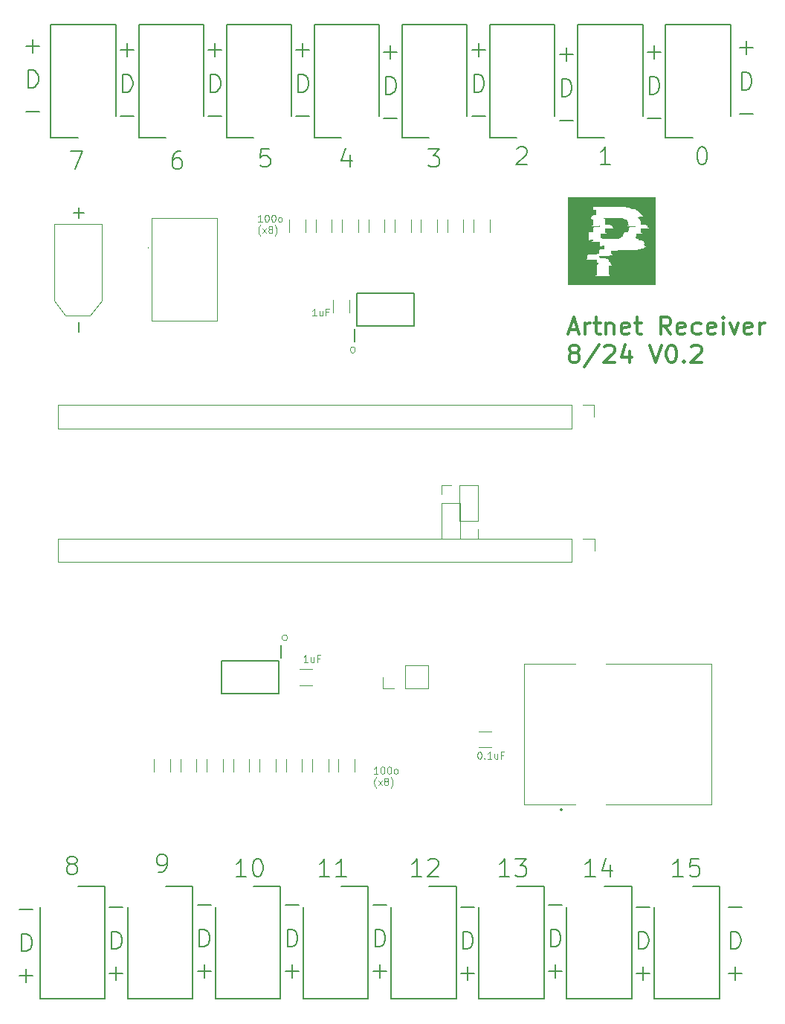
<source format=gbr>
%TF.GenerationSoftware,KiCad,Pcbnew,8.0.2*%
%TF.CreationDate,2024-08-24T20:41:20-05:00*%
%TF.ProjectId,ReceiverBoard,52656365-6976-4657-9242-6f6172642e6b,rev?*%
%TF.SameCoordinates,Original*%
%TF.FileFunction,Legend,Top*%
%TF.FilePolarity,Positive*%
%FSLAX46Y46*%
G04 Gerber Fmt 4.6, Leading zero omitted, Abs format (unit mm)*
G04 Created by KiCad (PCBNEW 8.0.2) date 2024-08-24 20:41:20*
%MOMM*%
%LPD*%
G01*
G04 APERTURE LIST*
%ADD10C,0.100000*%
%ADD11C,0.200000*%
%ADD12C,0.300000*%
%ADD13C,0.150000*%
%ADD14C,0.120000*%
%ADD15C,0.000000*%
G04 APERTURE END LIST*
D10*
X124175312Y-124808940D02*
X123718169Y-124808940D01*
X123946741Y-124808940D02*
X123946741Y-124008940D01*
X123946741Y-124008940D02*
X123870550Y-124123225D01*
X123870550Y-124123225D02*
X123794360Y-124199416D01*
X123794360Y-124199416D02*
X123718169Y-124237511D01*
X124670551Y-124008940D02*
X124746741Y-124008940D01*
X124746741Y-124008940D02*
X124822932Y-124047035D01*
X124822932Y-124047035D02*
X124861027Y-124085130D01*
X124861027Y-124085130D02*
X124899122Y-124161321D01*
X124899122Y-124161321D02*
X124937217Y-124313702D01*
X124937217Y-124313702D02*
X124937217Y-124504178D01*
X124937217Y-124504178D02*
X124899122Y-124656559D01*
X124899122Y-124656559D02*
X124861027Y-124732749D01*
X124861027Y-124732749D02*
X124822932Y-124770845D01*
X124822932Y-124770845D02*
X124746741Y-124808940D01*
X124746741Y-124808940D02*
X124670551Y-124808940D01*
X124670551Y-124808940D02*
X124594360Y-124770845D01*
X124594360Y-124770845D02*
X124556265Y-124732749D01*
X124556265Y-124732749D02*
X124518170Y-124656559D01*
X124518170Y-124656559D02*
X124480074Y-124504178D01*
X124480074Y-124504178D02*
X124480074Y-124313702D01*
X124480074Y-124313702D02*
X124518170Y-124161321D01*
X124518170Y-124161321D02*
X124556265Y-124085130D01*
X124556265Y-124085130D02*
X124594360Y-124047035D01*
X124594360Y-124047035D02*
X124670551Y-124008940D01*
X125432456Y-124008940D02*
X125508646Y-124008940D01*
X125508646Y-124008940D02*
X125584837Y-124047035D01*
X125584837Y-124047035D02*
X125622932Y-124085130D01*
X125622932Y-124085130D02*
X125661027Y-124161321D01*
X125661027Y-124161321D02*
X125699122Y-124313702D01*
X125699122Y-124313702D02*
X125699122Y-124504178D01*
X125699122Y-124504178D02*
X125661027Y-124656559D01*
X125661027Y-124656559D02*
X125622932Y-124732749D01*
X125622932Y-124732749D02*
X125584837Y-124770845D01*
X125584837Y-124770845D02*
X125508646Y-124808940D01*
X125508646Y-124808940D02*
X125432456Y-124808940D01*
X125432456Y-124808940D02*
X125356265Y-124770845D01*
X125356265Y-124770845D02*
X125318170Y-124732749D01*
X125318170Y-124732749D02*
X125280075Y-124656559D01*
X125280075Y-124656559D02*
X125241979Y-124504178D01*
X125241979Y-124504178D02*
X125241979Y-124313702D01*
X125241979Y-124313702D02*
X125280075Y-124161321D01*
X125280075Y-124161321D02*
X125318170Y-124085130D01*
X125318170Y-124085130D02*
X125356265Y-124047035D01*
X125356265Y-124047035D02*
X125432456Y-124008940D01*
X126156265Y-124808940D02*
X126080075Y-124770845D01*
X126080075Y-124770845D02*
X126041980Y-124732749D01*
X126041980Y-124732749D02*
X126003884Y-124656559D01*
X126003884Y-124656559D02*
X126003884Y-124427987D01*
X126003884Y-124427987D02*
X126041980Y-124351797D01*
X126041980Y-124351797D02*
X126080075Y-124313702D01*
X126080075Y-124313702D02*
X126156265Y-124275606D01*
X126156265Y-124275606D02*
X126270551Y-124275606D01*
X126270551Y-124275606D02*
X126346742Y-124313702D01*
X126346742Y-124313702D02*
X126384837Y-124351797D01*
X126384837Y-124351797D02*
X126422932Y-124427987D01*
X126422932Y-124427987D02*
X126422932Y-124656559D01*
X126422932Y-124656559D02*
X126384837Y-124732749D01*
X126384837Y-124732749D02*
X126346742Y-124770845D01*
X126346742Y-124770845D02*
X126270551Y-124808940D01*
X126270551Y-124808940D02*
X126156265Y-124808940D01*
X123984836Y-126401657D02*
X123946741Y-126363561D01*
X123946741Y-126363561D02*
X123870550Y-126249276D01*
X123870550Y-126249276D02*
X123832455Y-126173085D01*
X123832455Y-126173085D02*
X123794360Y-126058800D01*
X123794360Y-126058800D02*
X123756265Y-125868323D01*
X123756265Y-125868323D02*
X123756265Y-125715942D01*
X123756265Y-125715942D02*
X123794360Y-125525466D01*
X123794360Y-125525466D02*
X123832455Y-125411180D01*
X123832455Y-125411180D02*
X123870550Y-125334990D01*
X123870550Y-125334990D02*
X123946741Y-125220704D01*
X123946741Y-125220704D02*
X123984836Y-125182609D01*
X124213407Y-126096895D02*
X124632455Y-125563561D01*
X124213407Y-125563561D02*
X124632455Y-126096895D01*
X125051502Y-125639752D02*
X124975312Y-125601657D01*
X124975312Y-125601657D02*
X124937217Y-125563561D01*
X124937217Y-125563561D02*
X124899121Y-125487371D01*
X124899121Y-125487371D02*
X124899121Y-125449276D01*
X124899121Y-125449276D02*
X124937217Y-125373085D01*
X124937217Y-125373085D02*
X124975312Y-125334990D01*
X124975312Y-125334990D02*
X125051502Y-125296895D01*
X125051502Y-125296895D02*
X125203883Y-125296895D01*
X125203883Y-125296895D02*
X125280074Y-125334990D01*
X125280074Y-125334990D02*
X125318169Y-125373085D01*
X125318169Y-125373085D02*
X125356264Y-125449276D01*
X125356264Y-125449276D02*
X125356264Y-125487371D01*
X125356264Y-125487371D02*
X125318169Y-125563561D01*
X125318169Y-125563561D02*
X125280074Y-125601657D01*
X125280074Y-125601657D02*
X125203883Y-125639752D01*
X125203883Y-125639752D02*
X125051502Y-125639752D01*
X125051502Y-125639752D02*
X124975312Y-125677847D01*
X124975312Y-125677847D02*
X124937217Y-125715942D01*
X124937217Y-125715942D02*
X124899121Y-125792133D01*
X124899121Y-125792133D02*
X124899121Y-125944514D01*
X124899121Y-125944514D02*
X124937217Y-126020704D01*
X124937217Y-126020704D02*
X124975312Y-126058800D01*
X124975312Y-126058800D02*
X125051502Y-126096895D01*
X125051502Y-126096895D02*
X125203883Y-126096895D01*
X125203883Y-126096895D02*
X125280074Y-126058800D01*
X125280074Y-126058800D02*
X125318169Y-126020704D01*
X125318169Y-126020704D02*
X125356264Y-125944514D01*
X125356264Y-125944514D02*
X125356264Y-125792133D01*
X125356264Y-125792133D02*
X125318169Y-125715942D01*
X125318169Y-125715942D02*
X125280074Y-125677847D01*
X125280074Y-125677847D02*
X125203883Y-125639752D01*
X125622931Y-126401657D02*
X125661026Y-126363561D01*
X125661026Y-126363561D02*
X125737217Y-126249276D01*
X125737217Y-126249276D02*
X125775312Y-126173085D01*
X125775312Y-126173085D02*
X125813407Y-126058800D01*
X125813407Y-126058800D02*
X125851503Y-125868323D01*
X125851503Y-125868323D02*
X125851503Y-125715942D01*
X125851503Y-125715942D02*
X125813407Y-125525466D01*
X125813407Y-125525466D02*
X125775312Y-125411180D01*
X125775312Y-125411180D02*
X125737217Y-125334990D01*
X125737217Y-125334990D02*
X125661026Y-125220704D01*
X125661026Y-125220704D02*
X125622931Y-125182609D01*
X110975312Y-62008940D02*
X110518169Y-62008940D01*
X110746741Y-62008940D02*
X110746741Y-61208940D01*
X110746741Y-61208940D02*
X110670550Y-61323225D01*
X110670550Y-61323225D02*
X110594360Y-61399416D01*
X110594360Y-61399416D02*
X110518169Y-61437511D01*
X111470551Y-61208940D02*
X111546741Y-61208940D01*
X111546741Y-61208940D02*
X111622932Y-61247035D01*
X111622932Y-61247035D02*
X111661027Y-61285130D01*
X111661027Y-61285130D02*
X111699122Y-61361321D01*
X111699122Y-61361321D02*
X111737217Y-61513702D01*
X111737217Y-61513702D02*
X111737217Y-61704178D01*
X111737217Y-61704178D02*
X111699122Y-61856559D01*
X111699122Y-61856559D02*
X111661027Y-61932749D01*
X111661027Y-61932749D02*
X111622932Y-61970845D01*
X111622932Y-61970845D02*
X111546741Y-62008940D01*
X111546741Y-62008940D02*
X111470551Y-62008940D01*
X111470551Y-62008940D02*
X111394360Y-61970845D01*
X111394360Y-61970845D02*
X111356265Y-61932749D01*
X111356265Y-61932749D02*
X111318170Y-61856559D01*
X111318170Y-61856559D02*
X111280074Y-61704178D01*
X111280074Y-61704178D02*
X111280074Y-61513702D01*
X111280074Y-61513702D02*
X111318170Y-61361321D01*
X111318170Y-61361321D02*
X111356265Y-61285130D01*
X111356265Y-61285130D02*
X111394360Y-61247035D01*
X111394360Y-61247035D02*
X111470551Y-61208940D01*
X112232456Y-61208940D02*
X112308646Y-61208940D01*
X112308646Y-61208940D02*
X112384837Y-61247035D01*
X112384837Y-61247035D02*
X112422932Y-61285130D01*
X112422932Y-61285130D02*
X112461027Y-61361321D01*
X112461027Y-61361321D02*
X112499122Y-61513702D01*
X112499122Y-61513702D02*
X112499122Y-61704178D01*
X112499122Y-61704178D02*
X112461027Y-61856559D01*
X112461027Y-61856559D02*
X112422932Y-61932749D01*
X112422932Y-61932749D02*
X112384837Y-61970845D01*
X112384837Y-61970845D02*
X112308646Y-62008940D01*
X112308646Y-62008940D02*
X112232456Y-62008940D01*
X112232456Y-62008940D02*
X112156265Y-61970845D01*
X112156265Y-61970845D02*
X112118170Y-61932749D01*
X112118170Y-61932749D02*
X112080075Y-61856559D01*
X112080075Y-61856559D02*
X112041979Y-61704178D01*
X112041979Y-61704178D02*
X112041979Y-61513702D01*
X112041979Y-61513702D02*
X112080075Y-61361321D01*
X112080075Y-61361321D02*
X112118170Y-61285130D01*
X112118170Y-61285130D02*
X112156265Y-61247035D01*
X112156265Y-61247035D02*
X112232456Y-61208940D01*
X112956265Y-62008940D02*
X112880075Y-61970845D01*
X112880075Y-61970845D02*
X112841980Y-61932749D01*
X112841980Y-61932749D02*
X112803884Y-61856559D01*
X112803884Y-61856559D02*
X112803884Y-61627987D01*
X112803884Y-61627987D02*
X112841980Y-61551797D01*
X112841980Y-61551797D02*
X112880075Y-61513702D01*
X112880075Y-61513702D02*
X112956265Y-61475606D01*
X112956265Y-61475606D02*
X113070551Y-61475606D01*
X113070551Y-61475606D02*
X113146742Y-61513702D01*
X113146742Y-61513702D02*
X113184837Y-61551797D01*
X113184837Y-61551797D02*
X113222932Y-61627987D01*
X113222932Y-61627987D02*
X113222932Y-61856559D01*
X113222932Y-61856559D02*
X113184837Y-61932749D01*
X113184837Y-61932749D02*
X113146742Y-61970845D01*
X113146742Y-61970845D02*
X113070551Y-62008940D01*
X113070551Y-62008940D02*
X112956265Y-62008940D01*
X110784836Y-63601657D02*
X110746741Y-63563561D01*
X110746741Y-63563561D02*
X110670550Y-63449276D01*
X110670550Y-63449276D02*
X110632455Y-63373085D01*
X110632455Y-63373085D02*
X110594360Y-63258800D01*
X110594360Y-63258800D02*
X110556265Y-63068323D01*
X110556265Y-63068323D02*
X110556265Y-62915942D01*
X110556265Y-62915942D02*
X110594360Y-62725466D01*
X110594360Y-62725466D02*
X110632455Y-62611180D01*
X110632455Y-62611180D02*
X110670550Y-62534990D01*
X110670550Y-62534990D02*
X110746741Y-62420704D01*
X110746741Y-62420704D02*
X110784836Y-62382609D01*
X111013407Y-63296895D02*
X111432455Y-62763561D01*
X111013407Y-62763561D02*
X111432455Y-63296895D01*
X111851502Y-62839752D02*
X111775312Y-62801657D01*
X111775312Y-62801657D02*
X111737217Y-62763561D01*
X111737217Y-62763561D02*
X111699121Y-62687371D01*
X111699121Y-62687371D02*
X111699121Y-62649276D01*
X111699121Y-62649276D02*
X111737217Y-62573085D01*
X111737217Y-62573085D02*
X111775312Y-62534990D01*
X111775312Y-62534990D02*
X111851502Y-62496895D01*
X111851502Y-62496895D02*
X112003883Y-62496895D01*
X112003883Y-62496895D02*
X112080074Y-62534990D01*
X112080074Y-62534990D02*
X112118169Y-62573085D01*
X112118169Y-62573085D02*
X112156264Y-62649276D01*
X112156264Y-62649276D02*
X112156264Y-62687371D01*
X112156264Y-62687371D02*
X112118169Y-62763561D01*
X112118169Y-62763561D02*
X112080074Y-62801657D01*
X112080074Y-62801657D02*
X112003883Y-62839752D01*
X112003883Y-62839752D02*
X111851502Y-62839752D01*
X111851502Y-62839752D02*
X111775312Y-62877847D01*
X111775312Y-62877847D02*
X111737217Y-62915942D01*
X111737217Y-62915942D02*
X111699121Y-62992133D01*
X111699121Y-62992133D02*
X111699121Y-63144514D01*
X111699121Y-63144514D02*
X111737217Y-63220704D01*
X111737217Y-63220704D02*
X111775312Y-63258800D01*
X111775312Y-63258800D02*
X111851502Y-63296895D01*
X111851502Y-63296895D02*
X112003883Y-63296895D01*
X112003883Y-63296895D02*
X112080074Y-63258800D01*
X112080074Y-63258800D02*
X112118169Y-63220704D01*
X112118169Y-63220704D02*
X112156264Y-63144514D01*
X112156264Y-63144514D02*
X112156264Y-62992133D01*
X112156264Y-62992133D02*
X112118169Y-62915942D01*
X112118169Y-62915942D02*
X112080074Y-62877847D01*
X112080074Y-62877847D02*
X112003883Y-62839752D01*
X112422931Y-63601657D02*
X112461026Y-63563561D01*
X112461026Y-63563561D02*
X112537217Y-63449276D01*
X112537217Y-63449276D02*
X112575312Y-63373085D01*
X112575312Y-63373085D02*
X112613407Y-63258800D01*
X112613407Y-63258800D02*
X112651503Y-63068323D01*
X112651503Y-63068323D02*
X112651503Y-62915942D01*
X112651503Y-62915942D02*
X112613407Y-62725466D01*
X112613407Y-62725466D02*
X112575312Y-62611180D01*
X112575312Y-62611180D02*
X112537217Y-62534990D01*
X112537217Y-62534990D02*
X112461026Y-62420704D01*
X112461026Y-62420704D02*
X112422931Y-62382609D01*
X117175312Y-72696895D02*
X116718169Y-72696895D01*
X116946741Y-72696895D02*
X116946741Y-71896895D01*
X116946741Y-71896895D02*
X116870550Y-72011180D01*
X116870550Y-72011180D02*
X116794360Y-72087371D01*
X116794360Y-72087371D02*
X116718169Y-72125466D01*
X117861027Y-72163561D02*
X117861027Y-72696895D01*
X117518170Y-72163561D02*
X117518170Y-72582609D01*
X117518170Y-72582609D02*
X117556265Y-72658800D01*
X117556265Y-72658800D02*
X117632455Y-72696895D01*
X117632455Y-72696895D02*
X117746741Y-72696895D01*
X117746741Y-72696895D02*
X117822932Y-72658800D01*
X117822932Y-72658800D02*
X117861027Y-72620704D01*
X118508646Y-72277847D02*
X118241980Y-72277847D01*
X118241980Y-72696895D02*
X118241980Y-71896895D01*
X118241980Y-71896895D02*
X118622932Y-71896895D01*
X116175312Y-112096895D02*
X115718169Y-112096895D01*
X115946741Y-112096895D02*
X115946741Y-111296895D01*
X115946741Y-111296895D02*
X115870550Y-111411180D01*
X115870550Y-111411180D02*
X115794360Y-111487371D01*
X115794360Y-111487371D02*
X115718169Y-111525466D01*
X116861027Y-111563561D02*
X116861027Y-112096895D01*
X116518170Y-111563561D02*
X116518170Y-111982609D01*
X116518170Y-111982609D02*
X116556265Y-112058800D01*
X116556265Y-112058800D02*
X116632455Y-112096895D01*
X116632455Y-112096895D02*
X116746741Y-112096895D01*
X116746741Y-112096895D02*
X116822932Y-112058800D01*
X116822932Y-112058800D02*
X116861027Y-112020704D01*
X117508646Y-111677847D02*
X117241980Y-111677847D01*
X117241980Y-112096895D02*
X117241980Y-111296895D01*
X117241980Y-111296895D02*
X117622932Y-111296895D01*
X135708646Y-122296895D02*
X135784836Y-122296895D01*
X135784836Y-122296895D02*
X135861027Y-122334990D01*
X135861027Y-122334990D02*
X135899122Y-122373085D01*
X135899122Y-122373085D02*
X135937217Y-122449276D01*
X135937217Y-122449276D02*
X135975312Y-122601657D01*
X135975312Y-122601657D02*
X135975312Y-122792133D01*
X135975312Y-122792133D02*
X135937217Y-122944514D01*
X135937217Y-122944514D02*
X135899122Y-123020704D01*
X135899122Y-123020704D02*
X135861027Y-123058800D01*
X135861027Y-123058800D02*
X135784836Y-123096895D01*
X135784836Y-123096895D02*
X135708646Y-123096895D01*
X135708646Y-123096895D02*
X135632455Y-123058800D01*
X135632455Y-123058800D02*
X135594360Y-123020704D01*
X135594360Y-123020704D02*
X135556265Y-122944514D01*
X135556265Y-122944514D02*
X135518169Y-122792133D01*
X135518169Y-122792133D02*
X135518169Y-122601657D01*
X135518169Y-122601657D02*
X135556265Y-122449276D01*
X135556265Y-122449276D02*
X135594360Y-122373085D01*
X135594360Y-122373085D02*
X135632455Y-122334990D01*
X135632455Y-122334990D02*
X135708646Y-122296895D01*
X136318170Y-123020704D02*
X136356265Y-123058800D01*
X136356265Y-123058800D02*
X136318170Y-123096895D01*
X136318170Y-123096895D02*
X136280074Y-123058800D01*
X136280074Y-123058800D02*
X136318170Y-123020704D01*
X136318170Y-123020704D02*
X136318170Y-123096895D01*
X137118169Y-123096895D02*
X136661026Y-123096895D01*
X136889598Y-123096895D02*
X136889598Y-122296895D01*
X136889598Y-122296895D02*
X136813407Y-122411180D01*
X136813407Y-122411180D02*
X136737217Y-122487371D01*
X136737217Y-122487371D02*
X136661026Y-122525466D01*
X137803884Y-122563561D02*
X137803884Y-123096895D01*
X137461027Y-122563561D02*
X137461027Y-122982609D01*
X137461027Y-122982609D02*
X137499122Y-123058800D01*
X137499122Y-123058800D02*
X137575312Y-123096895D01*
X137575312Y-123096895D02*
X137689598Y-123096895D01*
X137689598Y-123096895D02*
X137765789Y-123058800D01*
X137765789Y-123058800D02*
X137803884Y-123020704D01*
X138451503Y-122677847D02*
X138184837Y-122677847D01*
X138184837Y-123096895D02*
X138184837Y-122296895D01*
X138184837Y-122296895D02*
X138565789Y-122296895D01*
D11*
X158905387Y-136494838D02*
X157762530Y-136494838D01*
X158333958Y-136494838D02*
X158333958Y-134494838D01*
X158333958Y-134494838D02*
X158143482Y-134780552D01*
X158143482Y-134780552D02*
X157953006Y-134971028D01*
X157953006Y-134971028D02*
X157762530Y-135066266D01*
X160714911Y-134494838D02*
X159762530Y-134494838D01*
X159762530Y-134494838D02*
X159667292Y-135447219D01*
X159667292Y-135447219D02*
X159762530Y-135351980D01*
X159762530Y-135351980D02*
X159953006Y-135256742D01*
X159953006Y-135256742D02*
X160429197Y-135256742D01*
X160429197Y-135256742D02*
X160619673Y-135351980D01*
X160619673Y-135351980D02*
X160714911Y-135447219D01*
X160714911Y-135447219D02*
X160810149Y-135637695D01*
X160810149Y-135637695D02*
X160810149Y-136113885D01*
X160810149Y-136113885D02*
X160714911Y-136304361D01*
X160714911Y-136304361D02*
X160619673Y-136399600D01*
X160619673Y-136399600D02*
X160429197Y-136494838D01*
X160429197Y-136494838D02*
X159953006Y-136494838D01*
X159953006Y-136494838D02*
X159762530Y-136399600D01*
X159762530Y-136399600D02*
X159667292Y-136304361D01*
X148905387Y-136494838D02*
X147762530Y-136494838D01*
X148333958Y-136494838D02*
X148333958Y-134494838D01*
X148333958Y-134494838D02*
X148143482Y-134780552D01*
X148143482Y-134780552D02*
X147953006Y-134971028D01*
X147953006Y-134971028D02*
X147762530Y-135066266D01*
X150619673Y-135161504D02*
X150619673Y-136494838D01*
X150143482Y-134399600D02*
X149667292Y-135828171D01*
X149667292Y-135828171D02*
X150905387Y-135828171D01*
X139155387Y-136494838D02*
X138012530Y-136494838D01*
X138583958Y-136494838D02*
X138583958Y-134494838D01*
X138583958Y-134494838D02*
X138393482Y-134780552D01*
X138393482Y-134780552D02*
X138203006Y-134971028D01*
X138203006Y-134971028D02*
X138012530Y-135066266D01*
X139822054Y-134494838D02*
X141060149Y-134494838D01*
X141060149Y-134494838D02*
X140393482Y-135256742D01*
X140393482Y-135256742D02*
X140679197Y-135256742D01*
X140679197Y-135256742D02*
X140869673Y-135351980D01*
X140869673Y-135351980D02*
X140964911Y-135447219D01*
X140964911Y-135447219D02*
X141060149Y-135637695D01*
X141060149Y-135637695D02*
X141060149Y-136113885D01*
X141060149Y-136113885D02*
X140964911Y-136304361D01*
X140964911Y-136304361D02*
X140869673Y-136399600D01*
X140869673Y-136399600D02*
X140679197Y-136494838D01*
X140679197Y-136494838D02*
X140107768Y-136494838D01*
X140107768Y-136494838D02*
X139917292Y-136399600D01*
X139917292Y-136399600D02*
X139822054Y-136304361D01*
X129155387Y-136494838D02*
X128012530Y-136494838D01*
X128583958Y-136494838D02*
X128583958Y-134494838D01*
X128583958Y-134494838D02*
X128393482Y-134780552D01*
X128393482Y-134780552D02*
X128203006Y-134971028D01*
X128203006Y-134971028D02*
X128012530Y-135066266D01*
X129917292Y-134685314D02*
X130012530Y-134590076D01*
X130012530Y-134590076D02*
X130203006Y-134494838D01*
X130203006Y-134494838D02*
X130679197Y-134494838D01*
X130679197Y-134494838D02*
X130869673Y-134590076D01*
X130869673Y-134590076D02*
X130964911Y-134685314D01*
X130964911Y-134685314D02*
X131060149Y-134875790D01*
X131060149Y-134875790D02*
X131060149Y-135066266D01*
X131060149Y-135066266D02*
X130964911Y-135351980D01*
X130964911Y-135351980D02*
X129822054Y-136494838D01*
X129822054Y-136494838D02*
X131060149Y-136494838D01*
X118655387Y-136494838D02*
X117512530Y-136494838D01*
X118083958Y-136494838D02*
X118083958Y-134494838D01*
X118083958Y-134494838D02*
X117893482Y-134780552D01*
X117893482Y-134780552D02*
X117703006Y-134971028D01*
X117703006Y-134971028D02*
X117512530Y-135066266D01*
X120560149Y-136494838D02*
X119417292Y-136494838D01*
X119988720Y-136494838D02*
X119988720Y-134494838D01*
X119988720Y-134494838D02*
X119798244Y-134780552D01*
X119798244Y-134780552D02*
X119607768Y-134971028D01*
X119607768Y-134971028D02*
X119417292Y-135066266D01*
X109155387Y-136494838D02*
X108012530Y-136494838D01*
X108583958Y-136494838D02*
X108583958Y-134494838D01*
X108583958Y-134494838D02*
X108393482Y-134780552D01*
X108393482Y-134780552D02*
X108203006Y-134971028D01*
X108203006Y-134971028D02*
X108012530Y-135066266D01*
X110393482Y-134494838D02*
X110583959Y-134494838D01*
X110583959Y-134494838D02*
X110774435Y-134590076D01*
X110774435Y-134590076D02*
X110869673Y-134685314D01*
X110869673Y-134685314D02*
X110964911Y-134875790D01*
X110964911Y-134875790D02*
X111060149Y-135256742D01*
X111060149Y-135256742D02*
X111060149Y-135732933D01*
X111060149Y-135732933D02*
X110964911Y-136113885D01*
X110964911Y-136113885D02*
X110869673Y-136304361D01*
X110869673Y-136304361D02*
X110774435Y-136399600D01*
X110774435Y-136399600D02*
X110583959Y-136494838D01*
X110583959Y-136494838D02*
X110393482Y-136494838D01*
X110393482Y-136494838D02*
X110203006Y-136399600D01*
X110203006Y-136399600D02*
X110107768Y-136304361D01*
X110107768Y-136304361D02*
X110012530Y-136113885D01*
X110012530Y-136113885D02*
X109917292Y-135732933D01*
X109917292Y-135732933D02*
X109917292Y-135256742D01*
X109917292Y-135256742D02*
X110012530Y-134875790D01*
X110012530Y-134875790D02*
X110107768Y-134685314D01*
X110107768Y-134685314D02*
X110203006Y-134590076D01*
X110203006Y-134590076D02*
X110393482Y-134494838D01*
X99203006Y-135994838D02*
X99583958Y-135994838D01*
X99583958Y-135994838D02*
X99774435Y-135899600D01*
X99774435Y-135899600D02*
X99869673Y-135804361D01*
X99869673Y-135804361D02*
X100060149Y-135518647D01*
X100060149Y-135518647D02*
X100155387Y-135137695D01*
X100155387Y-135137695D02*
X100155387Y-134375790D01*
X100155387Y-134375790D02*
X100060149Y-134185314D01*
X100060149Y-134185314D02*
X99964911Y-134090076D01*
X99964911Y-134090076D02*
X99774435Y-133994838D01*
X99774435Y-133994838D02*
X99393482Y-133994838D01*
X99393482Y-133994838D02*
X99203006Y-134090076D01*
X99203006Y-134090076D02*
X99107768Y-134185314D01*
X99107768Y-134185314D02*
X99012530Y-134375790D01*
X99012530Y-134375790D02*
X99012530Y-134851980D01*
X99012530Y-134851980D02*
X99107768Y-135042457D01*
X99107768Y-135042457D02*
X99203006Y-135137695D01*
X99203006Y-135137695D02*
X99393482Y-135232933D01*
X99393482Y-135232933D02*
X99774435Y-135232933D01*
X99774435Y-135232933D02*
X99964911Y-135137695D01*
X99964911Y-135137695D02*
X100060149Y-135042457D01*
X100060149Y-135042457D02*
X100155387Y-134851980D01*
X89143482Y-135101980D02*
X88953006Y-135006742D01*
X88953006Y-135006742D02*
X88857768Y-134911504D01*
X88857768Y-134911504D02*
X88762530Y-134721028D01*
X88762530Y-134721028D02*
X88762530Y-134625790D01*
X88762530Y-134625790D02*
X88857768Y-134435314D01*
X88857768Y-134435314D02*
X88953006Y-134340076D01*
X88953006Y-134340076D02*
X89143482Y-134244838D01*
X89143482Y-134244838D02*
X89524435Y-134244838D01*
X89524435Y-134244838D02*
X89714911Y-134340076D01*
X89714911Y-134340076D02*
X89810149Y-134435314D01*
X89810149Y-134435314D02*
X89905387Y-134625790D01*
X89905387Y-134625790D02*
X89905387Y-134721028D01*
X89905387Y-134721028D02*
X89810149Y-134911504D01*
X89810149Y-134911504D02*
X89714911Y-135006742D01*
X89714911Y-135006742D02*
X89524435Y-135101980D01*
X89524435Y-135101980D02*
X89143482Y-135101980D01*
X89143482Y-135101980D02*
X88953006Y-135197219D01*
X88953006Y-135197219D02*
X88857768Y-135292457D01*
X88857768Y-135292457D02*
X88762530Y-135482933D01*
X88762530Y-135482933D02*
X88762530Y-135863885D01*
X88762530Y-135863885D02*
X88857768Y-136054361D01*
X88857768Y-136054361D02*
X88953006Y-136149600D01*
X88953006Y-136149600D02*
X89143482Y-136244838D01*
X89143482Y-136244838D02*
X89524435Y-136244838D01*
X89524435Y-136244838D02*
X89714911Y-136149600D01*
X89714911Y-136149600D02*
X89810149Y-136054361D01*
X89810149Y-136054361D02*
X89905387Y-135863885D01*
X89905387Y-135863885D02*
X89905387Y-135482933D01*
X89905387Y-135482933D02*
X89810149Y-135292457D01*
X89810149Y-135292457D02*
X89714911Y-135197219D01*
X89714911Y-135197219D02*
X89524435Y-135101980D01*
X89167292Y-53994838D02*
X90500625Y-53994838D01*
X90500625Y-53994838D02*
X89643482Y-55994838D01*
X101714911Y-53994838D02*
X101333958Y-53994838D01*
X101333958Y-53994838D02*
X101143482Y-54090076D01*
X101143482Y-54090076D02*
X101048244Y-54185314D01*
X101048244Y-54185314D02*
X100857768Y-54471028D01*
X100857768Y-54471028D02*
X100762530Y-54851980D01*
X100762530Y-54851980D02*
X100762530Y-55613885D01*
X100762530Y-55613885D02*
X100857768Y-55804361D01*
X100857768Y-55804361D02*
X100953006Y-55899600D01*
X100953006Y-55899600D02*
X101143482Y-55994838D01*
X101143482Y-55994838D02*
X101524435Y-55994838D01*
X101524435Y-55994838D02*
X101714911Y-55899600D01*
X101714911Y-55899600D02*
X101810149Y-55804361D01*
X101810149Y-55804361D02*
X101905387Y-55613885D01*
X101905387Y-55613885D02*
X101905387Y-55137695D01*
X101905387Y-55137695D02*
X101810149Y-54947219D01*
X101810149Y-54947219D02*
X101714911Y-54851980D01*
X101714911Y-54851980D02*
X101524435Y-54756742D01*
X101524435Y-54756742D02*
X101143482Y-54756742D01*
X101143482Y-54756742D02*
X100953006Y-54851980D01*
X100953006Y-54851980D02*
X100857768Y-54947219D01*
X100857768Y-54947219D02*
X100762530Y-55137695D01*
X111810149Y-53744838D02*
X110857768Y-53744838D01*
X110857768Y-53744838D02*
X110762530Y-54697219D01*
X110762530Y-54697219D02*
X110857768Y-54601980D01*
X110857768Y-54601980D02*
X111048244Y-54506742D01*
X111048244Y-54506742D02*
X111524435Y-54506742D01*
X111524435Y-54506742D02*
X111714911Y-54601980D01*
X111714911Y-54601980D02*
X111810149Y-54697219D01*
X111810149Y-54697219D02*
X111905387Y-54887695D01*
X111905387Y-54887695D02*
X111905387Y-55363885D01*
X111905387Y-55363885D02*
X111810149Y-55554361D01*
X111810149Y-55554361D02*
X111714911Y-55649600D01*
X111714911Y-55649600D02*
X111524435Y-55744838D01*
X111524435Y-55744838D02*
X111048244Y-55744838D01*
X111048244Y-55744838D02*
X110857768Y-55649600D01*
X110857768Y-55649600D02*
X110762530Y-55554361D01*
X120964911Y-54411504D02*
X120964911Y-55744838D01*
X120488720Y-53649600D02*
X120012530Y-55078171D01*
X120012530Y-55078171D02*
X121250625Y-55078171D01*
X129917292Y-53744838D02*
X131155387Y-53744838D01*
X131155387Y-53744838D02*
X130488720Y-54506742D01*
X130488720Y-54506742D02*
X130774435Y-54506742D01*
X130774435Y-54506742D02*
X130964911Y-54601980D01*
X130964911Y-54601980D02*
X131060149Y-54697219D01*
X131060149Y-54697219D02*
X131155387Y-54887695D01*
X131155387Y-54887695D02*
X131155387Y-55363885D01*
X131155387Y-55363885D02*
X131060149Y-55554361D01*
X131060149Y-55554361D02*
X130964911Y-55649600D01*
X130964911Y-55649600D02*
X130774435Y-55744838D01*
X130774435Y-55744838D02*
X130203006Y-55744838D01*
X130203006Y-55744838D02*
X130012530Y-55649600D01*
X130012530Y-55649600D02*
X129917292Y-55554361D01*
X140012530Y-53685314D02*
X140107768Y-53590076D01*
X140107768Y-53590076D02*
X140298244Y-53494838D01*
X140298244Y-53494838D02*
X140774435Y-53494838D01*
X140774435Y-53494838D02*
X140964911Y-53590076D01*
X140964911Y-53590076D02*
X141060149Y-53685314D01*
X141060149Y-53685314D02*
X141155387Y-53875790D01*
X141155387Y-53875790D02*
X141155387Y-54066266D01*
X141155387Y-54066266D02*
X141060149Y-54351980D01*
X141060149Y-54351980D02*
X139917292Y-55494838D01*
X139917292Y-55494838D02*
X141155387Y-55494838D01*
X150655387Y-55494838D02*
X149512530Y-55494838D01*
X150083958Y-55494838D02*
X150083958Y-53494838D01*
X150083958Y-53494838D02*
X149893482Y-53780552D01*
X149893482Y-53780552D02*
X149703006Y-53971028D01*
X149703006Y-53971028D02*
X149512530Y-54066266D01*
X160988720Y-53494838D02*
X161179197Y-53494838D01*
X161179197Y-53494838D02*
X161369673Y-53590076D01*
X161369673Y-53590076D02*
X161464911Y-53685314D01*
X161464911Y-53685314D02*
X161560149Y-53875790D01*
X161560149Y-53875790D02*
X161655387Y-54256742D01*
X161655387Y-54256742D02*
X161655387Y-54732933D01*
X161655387Y-54732933D02*
X161560149Y-55113885D01*
X161560149Y-55113885D02*
X161464911Y-55304361D01*
X161464911Y-55304361D02*
X161369673Y-55399600D01*
X161369673Y-55399600D02*
X161179197Y-55494838D01*
X161179197Y-55494838D02*
X160988720Y-55494838D01*
X160988720Y-55494838D02*
X160798244Y-55399600D01*
X160798244Y-55399600D02*
X160703006Y-55304361D01*
X160703006Y-55304361D02*
X160607768Y-55113885D01*
X160607768Y-55113885D02*
X160512530Y-54732933D01*
X160512530Y-54732933D02*
X160512530Y-54256742D01*
X160512530Y-54256742D02*
X160607768Y-53875790D01*
X160607768Y-53875790D02*
X160703006Y-53685314D01*
X160703006Y-53685314D02*
X160798244Y-53590076D01*
X160798244Y-53590076D02*
X160988720Y-53494838D01*
X84357768Y-46744838D02*
X84357768Y-44744838D01*
X84357768Y-44744838D02*
X84833958Y-44744838D01*
X84833958Y-44744838D02*
X85119673Y-44840076D01*
X85119673Y-44840076D02*
X85310149Y-45030552D01*
X85310149Y-45030552D02*
X85405387Y-45221028D01*
X85405387Y-45221028D02*
X85500625Y-45601980D01*
X85500625Y-45601980D02*
X85500625Y-45887695D01*
X85500625Y-45887695D02*
X85405387Y-46268647D01*
X85405387Y-46268647D02*
X85310149Y-46459123D01*
X85310149Y-46459123D02*
X85119673Y-46649600D01*
X85119673Y-46649600D02*
X84833958Y-46744838D01*
X84833958Y-46744838D02*
X84357768Y-46744838D01*
X84107768Y-41982933D02*
X85631578Y-41982933D01*
X84869673Y-42744838D02*
X84869673Y-41221028D01*
X84107768Y-49482933D02*
X85631578Y-49482933D01*
X83357768Y-140232933D02*
X84881578Y-140232933D01*
X83607768Y-144994838D02*
X83607768Y-142994838D01*
X83607768Y-142994838D02*
X84083958Y-142994838D01*
X84083958Y-142994838D02*
X84369673Y-143090076D01*
X84369673Y-143090076D02*
X84560149Y-143280552D01*
X84560149Y-143280552D02*
X84655387Y-143471028D01*
X84655387Y-143471028D02*
X84750625Y-143851980D01*
X84750625Y-143851980D02*
X84750625Y-144137695D01*
X84750625Y-144137695D02*
X84655387Y-144518647D01*
X84655387Y-144518647D02*
X84560149Y-144709123D01*
X84560149Y-144709123D02*
X84369673Y-144899600D01*
X84369673Y-144899600D02*
X84083958Y-144994838D01*
X84083958Y-144994838D02*
X83607768Y-144994838D01*
X83357768Y-147732933D02*
X84881578Y-147732933D01*
X84119673Y-148494838D02*
X84119673Y-146971028D01*
X164107768Y-139982933D02*
X165631578Y-139982933D01*
X164357768Y-144744838D02*
X164357768Y-142744838D01*
X164357768Y-142744838D02*
X164833958Y-142744838D01*
X164833958Y-142744838D02*
X165119673Y-142840076D01*
X165119673Y-142840076D02*
X165310149Y-143030552D01*
X165310149Y-143030552D02*
X165405387Y-143221028D01*
X165405387Y-143221028D02*
X165500625Y-143601980D01*
X165500625Y-143601980D02*
X165500625Y-143887695D01*
X165500625Y-143887695D02*
X165405387Y-144268647D01*
X165405387Y-144268647D02*
X165310149Y-144459123D01*
X165310149Y-144459123D02*
X165119673Y-144649600D01*
X165119673Y-144649600D02*
X164833958Y-144744838D01*
X164833958Y-144744838D02*
X164357768Y-144744838D01*
X164107768Y-147482933D02*
X165631578Y-147482933D01*
X164869673Y-148244838D02*
X164869673Y-146721028D01*
X153607768Y-139982933D02*
X155131578Y-139982933D01*
X153857768Y-144744838D02*
X153857768Y-142744838D01*
X153857768Y-142744838D02*
X154333958Y-142744838D01*
X154333958Y-142744838D02*
X154619673Y-142840076D01*
X154619673Y-142840076D02*
X154810149Y-143030552D01*
X154810149Y-143030552D02*
X154905387Y-143221028D01*
X154905387Y-143221028D02*
X155000625Y-143601980D01*
X155000625Y-143601980D02*
X155000625Y-143887695D01*
X155000625Y-143887695D02*
X154905387Y-144268647D01*
X154905387Y-144268647D02*
X154810149Y-144459123D01*
X154810149Y-144459123D02*
X154619673Y-144649600D01*
X154619673Y-144649600D02*
X154333958Y-144744838D01*
X154333958Y-144744838D02*
X153857768Y-144744838D01*
X153607768Y-147482933D02*
X155131578Y-147482933D01*
X154369673Y-148244838D02*
X154369673Y-146721028D01*
X143607768Y-139732933D02*
X145131578Y-139732933D01*
X143857768Y-144494838D02*
X143857768Y-142494838D01*
X143857768Y-142494838D02*
X144333958Y-142494838D01*
X144333958Y-142494838D02*
X144619673Y-142590076D01*
X144619673Y-142590076D02*
X144810149Y-142780552D01*
X144810149Y-142780552D02*
X144905387Y-142971028D01*
X144905387Y-142971028D02*
X145000625Y-143351980D01*
X145000625Y-143351980D02*
X145000625Y-143637695D01*
X145000625Y-143637695D02*
X144905387Y-144018647D01*
X144905387Y-144018647D02*
X144810149Y-144209123D01*
X144810149Y-144209123D02*
X144619673Y-144399600D01*
X144619673Y-144399600D02*
X144333958Y-144494838D01*
X144333958Y-144494838D02*
X143857768Y-144494838D01*
X143607768Y-147232933D02*
X145131578Y-147232933D01*
X144369673Y-147994838D02*
X144369673Y-146471028D01*
X133607768Y-139982933D02*
X135131578Y-139982933D01*
X133857768Y-144744838D02*
X133857768Y-142744838D01*
X133857768Y-142744838D02*
X134333958Y-142744838D01*
X134333958Y-142744838D02*
X134619673Y-142840076D01*
X134619673Y-142840076D02*
X134810149Y-143030552D01*
X134810149Y-143030552D02*
X134905387Y-143221028D01*
X134905387Y-143221028D02*
X135000625Y-143601980D01*
X135000625Y-143601980D02*
X135000625Y-143887695D01*
X135000625Y-143887695D02*
X134905387Y-144268647D01*
X134905387Y-144268647D02*
X134810149Y-144459123D01*
X134810149Y-144459123D02*
X134619673Y-144649600D01*
X134619673Y-144649600D02*
X134333958Y-144744838D01*
X134333958Y-144744838D02*
X133857768Y-144744838D01*
X133607768Y-147482933D02*
X135131578Y-147482933D01*
X134369673Y-148244838D02*
X134369673Y-146721028D01*
X123607768Y-139732933D02*
X125131578Y-139732933D01*
X123857768Y-144494838D02*
X123857768Y-142494838D01*
X123857768Y-142494838D02*
X124333958Y-142494838D01*
X124333958Y-142494838D02*
X124619673Y-142590076D01*
X124619673Y-142590076D02*
X124810149Y-142780552D01*
X124810149Y-142780552D02*
X124905387Y-142971028D01*
X124905387Y-142971028D02*
X125000625Y-143351980D01*
X125000625Y-143351980D02*
X125000625Y-143637695D01*
X125000625Y-143637695D02*
X124905387Y-144018647D01*
X124905387Y-144018647D02*
X124810149Y-144209123D01*
X124810149Y-144209123D02*
X124619673Y-144399600D01*
X124619673Y-144399600D02*
X124333958Y-144494838D01*
X124333958Y-144494838D02*
X123857768Y-144494838D01*
X123607768Y-147232933D02*
X125131578Y-147232933D01*
X124369673Y-147994838D02*
X124369673Y-146471028D01*
X113607768Y-139732933D02*
X115131578Y-139732933D01*
X113857768Y-144494838D02*
X113857768Y-142494838D01*
X113857768Y-142494838D02*
X114333958Y-142494838D01*
X114333958Y-142494838D02*
X114619673Y-142590076D01*
X114619673Y-142590076D02*
X114810149Y-142780552D01*
X114810149Y-142780552D02*
X114905387Y-142971028D01*
X114905387Y-142971028D02*
X115000625Y-143351980D01*
X115000625Y-143351980D02*
X115000625Y-143637695D01*
X115000625Y-143637695D02*
X114905387Y-144018647D01*
X114905387Y-144018647D02*
X114810149Y-144209123D01*
X114810149Y-144209123D02*
X114619673Y-144399600D01*
X114619673Y-144399600D02*
X114333958Y-144494838D01*
X114333958Y-144494838D02*
X113857768Y-144494838D01*
X113607768Y-147232933D02*
X115131578Y-147232933D01*
X114369673Y-147994838D02*
X114369673Y-146471028D01*
X103607768Y-139732933D02*
X105131578Y-139732933D01*
X103857768Y-144494838D02*
X103857768Y-142494838D01*
X103857768Y-142494838D02*
X104333958Y-142494838D01*
X104333958Y-142494838D02*
X104619673Y-142590076D01*
X104619673Y-142590076D02*
X104810149Y-142780552D01*
X104810149Y-142780552D02*
X104905387Y-142971028D01*
X104905387Y-142971028D02*
X105000625Y-143351980D01*
X105000625Y-143351980D02*
X105000625Y-143637695D01*
X105000625Y-143637695D02*
X104905387Y-144018647D01*
X104905387Y-144018647D02*
X104810149Y-144209123D01*
X104810149Y-144209123D02*
X104619673Y-144399600D01*
X104619673Y-144399600D02*
X104333958Y-144494838D01*
X104333958Y-144494838D02*
X103857768Y-144494838D01*
X103607768Y-147232933D02*
X105131578Y-147232933D01*
X104369673Y-147994838D02*
X104369673Y-146471028D01*
X93857768Y-144744838D02*
X93857768Y-142744838D01*
X93857768Y-142744838D02*
X94333958Y-142744838D01*
X94333958Y-142744838D02*
X94619673Y-142840076D01*
X94619673Y-142840076D02*
X94810149Y-143030552D01*
X94810149Y-143030552D02*
X94905387Y-143221028D01*
X94905387Y-143221028D02*
X95000625Y-143601980D01*
X95000625Y-143601980D02*
X95000625Y-143887695D01*
X95000625Y-143887695D02*
X94905387Y-144268647D01*
X94905387Y-144268647D02*
X94810149Y-144459123D01*
X94810149Y-144459123D02*
X94619673Y-144649600D01*
X94619673Y-144649600D02*
X94333958Y-144744838D01*
X94333958Y-144744838D02*
X93857768Y-144744838D01*
X93607768Y-147482933D02*
X95131578Y-147482933D01*
X94369673Y-148244838D02*
X94369673Y-146721028D01*
X93607768Y-139982933D02*
X95131578Y-139982933D01*
X95107768Y-47244838D02*
X95107768Y-45244838D01*
X95107768Y-45244838D02*
X95583958Y-45244838D01*
X95583958Y-45244838D02*
X95869673Y-45340076D01*
X95869673Y-45340076D02*
X96060149Y-45530552D01*
X96060149Y-45530552D02*
X96155387Y-45721028D01*
X96155387Y-45721028D02*
X96250625Y-46101980D01*
X96250625Y-46101980D02*
X96250625Y-46387695D01*
X96250625Y-46387695D02*
X96155387Y-46768647D01*
X96155387Y-46768647D02*
X96060149Y-46959123D01*
X96060149Y-46959123D02*
X95869673Y-47149600D01*
X95869673Y-47149600D02*
X95583958Y-47244838D01*
X95583958Y-47244838D02*
X95107768Y-47244838D01*
X94857768Y-49982933D02*
X96381578Y-49982933D01*
X94857768Y-42482933D02*
X96381578Y-42482933D01*
X95619673Y-43244838D02*
X95619673Y-41721028D01*
X105107768Y-47244838D02*
X105107768Y-45244838D01*
X105107768Y-45244838D02*
X105583958Y-45244838D01*
X105583958Y-45244838D02*
X105869673Y-45340076D01*
X105869673Y-45340076D02*
X106060149Y-45530552D01*
X106060149Y-45530552D02*
X106155387Y-45721028D01*
X106155387Y-45721028D02*
X106250625Y-46101980D01*
X106250625Y-46101980D02*
X106250625Y-46387695D01*
X106250625Y-46387695D02*
X106155387Y-46768647D01*
X106155387Y-46768647D02*
X106060149Y-46959123D01*
X106060149Y-46959123D02*
X105869673Y-47149600D01*
X105869673Y-47149600D02*
X105583958Y-47244838D01*
X105583958Y-47244838D02*
X105107768Y-47244838D01*
X104857768Y-49982933D02*
X106381578Y-49982933D01*
X104857768Y-42482933D02*
X106381578Y-42482933D01*
X105619673Y-43244838D02*
X105619673Y-41721028D01*
X115107768Y-47244838D02*
X115107768Y-45244838D01*
X115107768Y-45244838D02*
X115583958Y-45244838D01*
X115583958Y-45244838D02*
X115869673Y-45340076D01*
X115869673Y-45340076D02*
X116060149Y-45530552D01*
X116060149Y-45530552D02*
X116155387Y-45721028D01*
X116155387Y-45721028D02*
X116250625Y-46101980D01*
X116250625Y-46101980D02*
X116250625Y-46387695D01*
X116250625Y-46387695D02*
X116155387Y-46768647D01*
X116155387Y-46768647D02*
X116060149Y-46959123D01*
X116060149Y-46959123D02*
X115869673Y-47149600D01*
X115869673Y-47149600D02*
X115583958Y-47244838D01*
X115583958Y-47244838D02*
X115107768Y-47244838D01*
X114857768Y-49982933D02*
X116381578Y-49982933D01*
X114857768Y-42482933D02*
X116381578Y-42482933D01*
X115619673Y-43244838D02*
X115619673Y-41721028D01*
X125107768Y-47494838D02*
X125107768Y-45494838D01*
X125107768Y-45494838D02*
X125583958Y-45494838D01*
X125583958Y-45494838D02*
X125869673Y-45590076D01*
X125869673Y-45590076D02*
X126060149Y-45780552D01*
X126060149Y-45780552D02*
X126155387Y-45971028D01*
X126155387Y-45971028D02*
X126250625Y-46351980D01*
X126250625Y-46351980D02*
X126250625Y-46637695D01*
X126250625Y-46637695D02*
X126155387Y-47018647D01*
X126155387Y-47018647D02*
X126060149Y-47209123D01*
X126060149Y-47209123D02*
X125869673Y-47399600D01*
X125869673Y-47399600D02*
X125583958Y-47494838D01*
X125583958Y-47494838D02*
X125107768Y-47494838D01*
X124857768Y-50232933D02*
X126381578Y-50232933D01*
X124857768Y-42732933D02*
X126381578Y-42732933D01*
X125619673Y-43494838D02*
X125619673Y-41971028D01*
X135107768Y-47244838D02*
X135107768Y-45244838D01*
X135107768Y-45244838D02*
X135583958Y-45244838D01*
X135583958Y-45244838D02*
X135869673Y-45340076D01*
X135869673Y-45340076D02*
X136060149Y-45530552D01*
X136060149Y-45530552D02*
X136155387Y-45721028D01*
X136155387Y-45721028D02*
X136250625Y-46101980D01*
X136250625Y-46101980D02*
X136250625Y-46387695D01*
X136250625Y-46387695D02*
X136155387Y-46768647D01*
X136155387Y-46768647D02*
X136060149Y-46959123D01*
X136060149Y-46959123D02*
X135869673Y-47149600D01*
X135869673Y-47149600D02*
X135583958Y-47244838D01*
X135583958Y-47244838D02*
X135107768Y-47244838D01*
X134857768Y-49982933D02*
X136381578Y-49982933D01*
X134857768Y-42482933D02*
X136381578Y-42482933D01*
X135619673Y-43244838D02*
X135619673Y-41721028D01*
X145107768Y-47744838D02*
X145107768Y-45744838D01*
X145107768Y-45744838D02*
X145583958Y-45744838D01*
X145583958Y-45744838D02*
X145869673Y-45840076D01*
X145869673Y-45840076D02*
X146060149Y-46030552D01*
X146060149Y-46030552D02*
X146155387Y-46221028D01*
X146155387Y-46221028D02*
X146250625Y-46601980D01*
X146250625Y-46601980D02*
X146250625Y-46887695D01*
X146250625Y-46887695D02*
X146155387Y-47268647D01*
X146155387Y-47268647D02*
X146060149Y-47459123D01*
X146060149Y-47459123D02*
X145869673Y-47649600D01*
X145869673Y-47649600D02*
X145583958Y-47744838D01*
X145583958Y-47744838D02*
X145107768Y-47744838D01*
X144857768Y-50482933D02*
X146381578Y-50482933D01*
X144857768Y-42982933D02*
X146381578Y-42982933D01*
X145619673Y-43744838D02*
X145619673Y-42221028D01*
X155107768Y-47494838D02*
X155107768Y-45494838D01*
X155107768Y-45494838D02*
X155583958Y-45494838D01*
X155583958Y-45494838D02*
X155869673Y-45590076D01*
X155869673Y-45590076D02*
X156060149Y-45780552D01*
X156060149Y-45780552D02*
X156155387Y-45971028D01*
X156155387Y-45971028D02*
X156250625Y-46351980D01*
X156250625Y-46351980D02*
X156250625Y-46637695D01*
X156250625Y-46637695D02*
X156155387Y-47018647D01*
X156155387Y-47018647D02*
X156060149Y-47209123D01*
X156060149Y-47209123D02*
X155869673Y-47399600D01*
X155869673Y-47399600D02*
X155583958Y-47494838D01*
X155583958Y-47494838D02*
X155107768Y-47494838D01*
X154857768Y-50232933D02*
X156381578Y-50232933D01*
X154857768Y-42732933D02*
X156381578Y-42732933D01*
X155619673Y-43494838D02*
X155619673Y-41971028D01*
X165357768Y-42232933D02*
X166881578Y-42232933D01*
X166119673Y-42994838D02*
X166119673Y-41471028D01*
X165357768Y-49732933D02*
X166881578Y-49732933D01*
X165607768Y-46994838D02*
X165607768Y-44994838D01*
X165607768Y-44994838D02*
X166083958Y-44994838D01*
X166083958Y-44994838D02*
X166369673Y-45090076D01*
X166369673Y-45090076D02*
X166560149Y-45280552D01*
X166560149Y-45280552D02*
X166655387Y-45471028D01*
X166655387Y-45471028D02*
X166750625Y-45851980D01*
X166750625Y-45851980D02*
X166750625Y-46137695D01*
X166750625Y-46137695D02*
X166655387Y-46518647D01*
X166655387Y-46518647D02*
X166560149Y-46709123D01*
X166560149Y-46709123D02*
X166369673Y-46899600D01*
X166369673Y-46899600D02*
X166083958Y-46994838D01*
X166083958Y-46994838D02*
X165607768Y-46994838D01*
D10*
X121196741Y-76872419D02*
X121101503Y-76824800D01*
X121101503Y-76824800D02*
X121053884Y-76777180D01*
X121053884Y-76777180D02*
X121006265Y-76681942D01*
X121006265Y-76681942D02*
X121006265Y-76396228D01*
X121006265Y-76396228D02*
X121053884Y-76300990D01*
X121053884Y-76300990D02*
X121101503Y-76253371D01*
X121101503Y-76253371D02*
X121196741Y-76205752D01*
X121196741Y-76205752D02*
X121339598Y-76205752D01*
X121339598Y-76205752D02*
X121434836Y-76253371D01*
X121434836Y-76253371D02*
X121482455Y-76300990D01*
X121482455Y-76300990D02*
X121530074Y-76396228D01*
X121530074Y-76396228D02*
X121530074Y-76681942D01*
X121530074Y-76681942D02*
X121482455Y-76777180D01*
X121482455Y-76777180D02*
X121434836Y-76824800D01*
X121434836Y-76824800D02*
X121339598Y-76872419D01*
X121339598Y-76872419D02*
X121196741Y-76872419D01*
X113446741Y-109622419D02*
X113351503Y-109574800D01*
X113351503Y-109574800D02*
X113303884Y-109527180D01*
X113303884Y-109527180D02*
X113256265Y-109431942D01*
X113256265Y-109431942D02*
X113256265Y-109146228D01*
X113256265Y-109146228D02*
X113303884Y-109050990D01*
X113303884Y-109050990D02*
X113351503Y-109003371D01*
X113351503Y-109003371D02*
X113446741Y-108955752D01*
X113446741Y-108955752D02*
X113589598Y-108955752D01*
X113589598Y-108955752D02*
X113684836Y-109003371D01*
X113684836Y-109003371D02*
X113732455Y-109050990D01*
X113732455Y-109050990D02*
X113780074Y-109146228D01*
X113780074Y-109146228D02*
X113780074Y-109431942D01*
X113780074Y-109431942D02*
X113732455Y-109527180D01*
X113732455Y-109527180D02*
X113684836Y-109574800D01*
X113684836Y-109574800D02*
X113589598Y-109622419D01*
X113589598Y-109622419D02*
X113446741Y-109622419D01*
D12*
X145978320Y-74248321D02*
X146930701Y-74248321D01*
X145787844Y-74819750D02*
X146454510Y-72819750D01*
X146454510Y-72819750D02*
X147121177Y-74819750D01*
X147787844Y-74819750D02*
X147787844Y-73486416D01*
X147787844Y-73867369D02*
X147883082Y-73676892D01*
X147883082Y-73676892D02*
X147978320Y-73581654D01*
X147978320Y-73581654D02*
X148168796Y-73486416D01*
X148168796Y-73486416D02*
X148359273Y-73486416D01*
X148740225Y-73486416D02*
X149502129Y-73486416D01*
X149025939Y-72819750D02*
X149025939Y-74534035D01*
X149025939Y-74534035D02*
X149121177Y-74724512D01*
X149121177Y-74724512D02*
X149311653Y-74819750D01*
X149311653Y-74819750D02*
X149502129Y-74819750D01*
X150168796Y-73486416D02*
X150168796Y-74819750D01*
X150168796Y-73676892D02*
X150264034Y-73581654D01*
X150264034Y-73581654D02*
X150454510Y-73486416D01*
X150454510Y-73486416D02*
X150740225Y-73486416D01*
X150740225Y-73486416D02*
X150930701Y-73581654D01*
X150930701Y-73581654D02*
X151025939Y-73772131D01*
X151025939Y-73772131D02*
X151025939Y-74819750D01*
X152740225Y-74724512D02*
X152549749Y-74819750D01*
X152549749Y-74819750D02*
X152168796Y-74819750D01*
X152168796Y-74819750D02*
X151978320Y-74724512D01*
X151978320Y-74724512D02*
X151883082Y-74534035D01*
X151883082Y-74534035D02*
X151883082Y-73772131D01*
X151883082Y-73772131D02*
X151978320Y-73581654D01*
X151978320Y-73581654D02*
X152168796Y-73486416D01*
X152168796Y-73486416D02*
X152549749Y-73486416D01*
X152549749Y-73486416D02*
X152740225Y-73581654D01*
X152740225Y-73581654D02*
X152835463Y-73772131D01*
X152835463Y-73772131D02*
X152835463Y-73962607D01*
X152835463Y-73962607D02*
X151883082Y-74153083D01*
X153406892Y-73486416D02*
X154168796Y-73486416D01*
X153692606Y-72819750D02*
X153692606Y-74534035D01*
X153692606Y-74534035D02*
X153787844Y-74724512D01*
X153787844Y-74724512D02*
X153978320Y-74819750D01*
X153978320Y-74819750D02*
X154168796Y-74819750D01*
X157502130Y-74819750D02*
X156835463Y-73867369D01*
X156359273Y-74819750D02*
X156359273Y-72819750D01*
X156359273Y-72819750D02*
X157121178Y-72819750D01*
X157121178Y-72819750D02*
X157311654Y-72914988D01*
X157311654Y-72914988D02*
X157406892Y-73010226D01*
X157406892Y-73010226D02*
X157502130Y-73200702D01*
X157502130Y-73200702D02*
X157502130Y-73486416D01*
X157502130Y-73486416D02*
X157406892Y-73676892D01*
X157406892Y-73676892D02*
X157311654Y-73772131D01*
X157311654Y-73772131D02*
X157121178Y-73867369D01*
X157121178Y-73867369D02*
X156359273Y-73867369D01*
X159121178Y-74724512D02*
X158930702Y-74819750D01*
X158930702Y-74819750D02*
X158549749Y-74819750D01*
X158549749Y-74819750D02*
X158359273Y-74724512D01*
X158359273Y-74724512D02*
X158264035Y-74534035D01*
X158264035Y-74534035D02*
X158264035Y-73772131D01*
X158264035Y-73772131D02*
X158359273Y-73581654D01*
X158359273Y-73581654D02*
X158549749Y-73486416D01*
X158549749Y-73486416D02*
X158930702Y-73486416D01*
X158930702Y-73486416D02*
X159121178Y-73581654D01*
X159121178Y-73581654D02*
X159216416Y-73772131D01*
X159216416Y-73772131D02*
X159216416Y-73962607D01*
X159216416Y-73962607D02*
X158264035Y-74153083D01*
X160930702Y-74724512D02*
X160740226Y-74819750D01*
X160740226Y-74819750D02*
X160359273Y-74819750D01*
X160359273Y-74819750D02*
X160168797Y-74724512D01*
X160168797Y-74724512D02*
X160073559Y-74629273D01*
X160073559Y-74629273D02*
X159978321Y-74438797D01*
X159978321Y-74438797D02*
X159978321Y-73867369D01*
X159978321Y-73867369D02*
X160073559Y-73676892D01*
X160073559Y-73676892D02*
X160168797Y-73581654D01*
X160168797Y-73581654D02*
X160359273Y-73486416D01*
X160359273Y-73486416D02*
X160740226Y-73486416D01*
X160740226Y-73486416D02*
X160930702Y-73581654D01*
X162549750Y-74724512D02*
X162359274Y-74819750D01*
X162359274Y-74819750D02*
X161978321Y-74819750D01*
X161978321Y-74819750D02*
X161787845Y-74724512D01*
X161787845Y-74724512D02*
X161692607Y-74534035D01*
X161692607Y-74534035D02*
X161692607Y-73772131D01*
X161692607Y-73772131D02*
X161787845Y-73581654D01*
X161787845Y-73581654D02*
X161978321Y-73486416D01*
X161978321Y-73486416D02*
X162359274Y-73486416D01*
X162359274Y-73486416D02*
X162549750Y-73581654D01*
X162549750Y-73581654D02*
X162644988Y-73772131D01*
X162644988Y-73772131D02*
X162644988Y-73962607D01*
X162644988Y-73962607D02*
X161692607Y-74153083D01*
X163502131Y-74819750D02*
X163502131Y-73486416D01*
X163502131Y-72819750D02*
X163406893Y-72914988D01*
X163406893Y-72914988D02*
X163502131Y-73010226D01*
X163502131Y-73010226D02*
X163597369Y-72914988D01*
X163597369Y-72914988D02*
X163502131Y-72819750D01*
X163502131Y-72819750D02*
X163502131Y-73010226D01*
X164264036Y-73486416D02*
X164740226Y-74819750D01*
X164740226Y-74819750D02*
X165216417Y-73486416D01*
X166740227Y-74724512D02*
X166549751Y-74819750D01*
X166549751Y-74819750D02*
X166168798Y-74819750D01*
X166168798Y-74819750D02*
X165978322Y-74724512D01*
X165978322Y-74724512D02*
X165883084Y-74534035D01*
X165883084Y-74534035D02*
X165883084Y-73772131D01*
X165883084Y-73772131D02*
X165978322Y-73581654D01*
X165978322Y-73581654D02*
X166168798Y-73486416D01*
X166168798Y-73486416D02*
X166549751Y-73486416D01*
X166549751Y-73486416D02*
X166740227Y-73581654D01*
X166740227Y-73581654D02*
X166835465Y-73772131D01*
X166835465Y-73772131D02*
X166835465Y-73962607D01*
X166835465Y-73962607D02*
X165883084Y-74153083D01*
X167692608Y-74819750D02*
X167692608Y-73486416D01*
X167692608Y-73867369D02*
X167787846Y-73676892D01*
X167787846Y-73676892D02*
X167883084Y-73581654D01*
X167883084Y-73581654D02*
X168073560Y-73486416D01*
X168073560Y-73486416D02*
X168264037Y-73486416D01*
X146359272Y-76896780D02*
X146168796Y-76801542D01*
X146168796Y-76801542D02*
X146073558Y-76706304D01*
X146073558Y-76706304D02*
X145978320Y-76515828D01*
X145978320Y-76515828D02*
X145978320Y-76420590D01*
X145978320Y-76420590D02*
X146073558Y-76230114D01*
X146073558Y-76230114D02*
X146168796Y-76134876D01*
X146168796Y-76134876D02*
X146359272Y-76039638D01*
X146359272Y-76039638D02*
X146740225Y-76039638D01*
X146740225Y-76039638D02*
X146930701Y-76134876D01*
X146930701Y-76134876D02*
X147025939Y-76230114D01*
X147025939Y-76230114D02*
X147121177Y-76420590D01*
X147121177Y-76420590D02*
X147121177Y-76515828D01*
X147121177Y-76515828D02*
X147025939Y-76706304D01*
X147025939Y-76706304D02*
X146930701Y-76801542D01*
X146930701Y-76801542D02*
X146740225Y-76896780D01*
X146740225Y-76896780D02*
X146359272Y-76896780D01*
X146359272Y-76896780D02*
X146168796Y-76992019D01*
X146168796Y-76992019D02*
X146073558Y-77087257D01*
X146073558Y-77087257D02*
X145978320Y-77277733D01*
X145978320Y-77277733D02*
X145978320Y-77658685D01*
X145978320Y-77658685D02*
X146073558Y-77849161D01*
X146073558Y-77849161D02*
X146168796Y-77944400D01*
X146168796Y-77944400D02*
X146359272Y-78039638D01*
X146359272Y-78039638D02*
X146740225Y-78039638D01*
X146740225Y-78039638D02*
X146930701Y-77944400D01*
X146930701Y-77944400D02*
X147025939Y-77849161D01*
X147025939Y-77849161D02*
X147121177Y-77658685D01*
X147121177Y-77658685D02*
X147121177Y-77277733D01*
X147121177Y-77277733D02*
X147025939Y-77087257D01*
X147025939Y-77087257D02*
X146930701Y-76992019D01*
X146930701Y-76992019D02*
X146740225Y-76896780D01*
X149406891Y-75944400D02*
X147692606Y-78515828D01*
X149978320Y-76230114D02*
X150073558Y-76134876D01*
X150073558Y-76134876D02*
X150264034Y-76039638D01*
X150264034Y-76039638D02*
X150740225Y-76039638D01*
X150740225Y-76039638D02*
X150930701Y-76134876D01*
X150930701Y-76134876D02*
X151025939Y-76230114D01*
X151025939Y-76230114D02*
X151121177Y-76420590D01*
X151121177Y-76420590D02*
X151121177Y-76611066D01*
X151121177Y-76611066D02*
X151025939Y-76896780D01*
X151025939Y-76896780D02*
X149883082Y-78039638D01*
X149883082Y-78039638D02*
X151121177Y-78039638D01*
X152835463Y-76706304D02*
X152835463Y-78039638D01*
X152359272Y-75944400D02*
X151883082Y-77372971D01*
X151883082Y-77372971D02*
X153121177Y-77372971D01*
X155121178Y-76039638D02*
X155787844Y-78039638D01*
X155787844Y-78039638D02*
X156454511Y-76039638D01*
X157502130Y-76039638D02*
X157692607Y-76039638D01*
X157692607Y-76039638D02*
X157883083Y-76134876D01*
X157883083Y-76134876D02*
X157978321Y-76230114D01*
X157978321Y-76230114D02*
X158073559Y-76420590D01*
X158073559Y-76420590D02*
X158168797Y-76801542D01*
X158168797Y-76801542D02*
X158168797Y-77277733D01*
X158168797Y-77277733D02*
X158073559Y-77658685D01*
X158073559Y-77658685D02*
X157978321Y-77849161D01*
X157978321Y-77849161D02*
X157883083Y-77944400D01*
X157883083Y-77944400D02*
X157692607Y-78039638D01*
X157692607Y-78039638D02*
X157502130Y-78039638D01*
X157502130Y-78039638D02*
X157311654Y-77944400D01*
X157311654Y-77944400D02*
X157216416Y-77849161D01*
X157216416Y-77849161D02*
X157121178Y-77658685D01*
X157121178Y-77658685D02*
X157025940Y-77277733D01*
X157025940Y-77277733D02*
X157025940Y-76801542D01*
X157025940Y-76801542D02*
X157121178Y-76420590D01*
X157121178Y-76420590D02*
X157216416Y-76230114D01*
X157216416Y-76230114D02*
X157311654Y-76134876D01*
X157311654Y-76134876D02*
X157502130Y-76039638D01*
X159025940Y-77849161D02*
X159121178Y-77944400D01*
X159121178Y-77944400D02*
X159025940Y-78039638D01*
X159025940Y-78039638D02*
X158930702Y-77944400D01*
X158930702Y-77944400D02*
X159025940Y-77849161D01*
X159025940Y-77849161D02*
X159025940Y-78039638D01*
X159883083Y-76230114D02*
X159978321Y-76134876D01*
X159978321Y-76134876D02*
X160168797Y-76039638D01*
X160168797Y-76039638D02*
X160644988Y-76039638D01*
X160644988Y-76039638D02*
X160835464Y-76134876D01*
X160835464Y-76134876D02*
X160930702Y-76230114D01*
X160930702Y-76230114D02*
X161025940Y-76420590D01*
X161025940Y-76420590D02*
X161025940Y-76611066D01*
X161025940Y-76611066D02*
X160930702Y-76896780D01*
X160930702Y-76896780D02*
X159787845Y-78039638D01*
X159787845Y-78039638D02*
X161025940Y-78039638D01*
D13*
X90114700Y-74571428D02*
X90114700Y-73428571D01*
X90114700Y-61571428D02*
X90114700Y-60428571D01*
X90686128Y-60999999D02*
X89543271Y-60999999D01*
D14*
%TO.C,R6*%
X129090000Y-63227064D02*
X129090000Y-61772936D01*
X130910000Y-63227064D02*
X130910000Y-61772936D01*
%TO.C,R1*%
X114090000Y-63227064D02*
X114090000Y-61772936D01*
X115910000Y-63227064D02*
X115910000Y-61772936D01*
D11*
%TO.C,J5*%
X156925000Y-39600000D02*
X156925000Y-52400000D01*
X156925000Y-52400000D02*
X160000000Y-52400000D01*
X164325000Y-39600000D02*
X156925000Y-39600000D01*
X164325000Y-50000000D02*
X164325000Y-39600000D01*
%TO.C,J18*%
X125675000Y-140000000D02*
X125675000Y-150400000D01*
X125675000Y-150400000D02*
X133075000Y-150400000D01*
X133075000Y-137600000D02*
X130000000Y-137600000D01*
X133075000Y-150400000D02*
X133075000Y-137600000D01*
D14*
%TO.C,C2*%
X116711252Y-112890000D02*
X115288748Y-112890000D01*
X116711252Y-114710000D02*
X115288748Y-114710000D01*
%TO.C,C1*%
X119090000Y-72311252D02*
X119090000Y-70888748D01*
X120910000Y-72311252D02*
X120910000Y-70888748D01*
D11*
%TO.C,J19*%
X135675000Y-140000000D02*
X135675000Y-150400000D01*
X135675000Y-150400000D02*
X143075000Y-150400000D01*
X143075000Y-137600000D02*
X140000000Y-137600000D01*
X143075000Y-150400000D02*
X143075000Y-137600000D01*
D15*
%TO.C,G\u002A\u002A\u002A*%
G36*
X151994484Y-61554663D02*
G01*
X152087435Y-61585291D01*
X152183314Y-61641024D01*
X152241760Y-61687940D01*
X152294656Y-61730739D01*
X152341272Y-61751415D01*
X152400726Y-61757544D01*
X152417845Y-61757692D01*
X152480157Y-61760606D01*
X152518619Y-61773473D01*
X152548280Y-61802480D01*
X152557654Y-61815174D01*
X152602264Y-61888577D01*
X152638178Y-61974367D01*
X152668527Y-62081581D01*
X152695137Y-62211961D01*
X152729402Y-62402461D01*
X152599970Y-62405396D01*
X152533149Y-62407179D01*
X152502716Y-62409350D01*
X152505988Y-62412982D01*
X152540282Y-62419147D01*
X152558461Y-62422000D01*
X152605378Y-62430487D01*
X152626542Y-62436817D01*
X152624240Y-62438604D01*
X152601496Y-62457551D01*
X152592444Y-62478447D01*
X152593293Y-62498993D01*
X152610807Y-62514487D01*
X152649168Y-62525574D01*
X152712557Y-62532903D01*
X152805156Y-62537118D01*
X152931147Y-62538866D01*
X152984201Y-62539015D01*
X153094795Y-62538328D01*
X153174718Y-62535392D01*
X153232358Y-62529216D01*
X153276101Y-62518809D01*
X153314332Y-62503180D01*
X153322724Y-62498999D01*
X153383383Y-62475237D01*
X153439639Y-62464501D01*
X153453830Y-62464807D01*
X153489357Y-62474261D01*
X153503762Y-62499757D01*
X153506077Y-62539230D01*
X153506077Y-62607615D01*
X153154384Y-62619025D01*
X153038171Y-62623545D01*
X152933098Y-62629035D01*
X152846396Y-62635006D01*
X152785299Y-62640969D01*
X152758730Y-62645727D01*
X152740140Y-62654092D01*
X152727696Y-62668475D01*
X152720169Y-62695840D01*
X152716327Y-62743151D01*
X152714939Y-62817374D01*
X152714769Y-62894486D01*
X152713129Y-62989391D01*
X152708670Y-63072565D01*
X152702085Y-63134720D01*
X152694543Y-63165746D01*
X152681422Y-63182884D01*
X152659024Y-63193936D01*
X152619704Y-63200199D01*
X152555817Y-63202966D01*
X152471449Y-63203538D01*
X152383536Y-63204640D01*
X152308288Y-63207612D01*
X152255558Y-63211952D01*
X152237592Y-63215429D01*
X152216421Y-63239596D01*
X152190904Y-63292389D01*
X152165572Y-63364378D01*
X152164827Y-63366852D01*
X152111133Y-63514956D01*
X152044453Y-63634112D01*
X151957897Y-63732549D01*
X151844575Y-63818494D01*
X151733448Y-63882009D01*
X151591307Y-63955769D01*
X150809146Y-63961659D01*
X150638107Y-63962680D01*
X150479441Y-63963115D01*
X150337361Y-63962990D01*
X150216077Y-63962332D01*
X150119802Y-63961167D01*
X150052745Y-63959523D01*
X150019119Y-63957426D01*
X150016050Y-63956614D01*
X149992869Y-63949439D01*
X149940588Y-63939812D01*
X149868962Y-63929442D01*
X149840827Y-63925917D01*
X149757751Y-63915412D01*
X149683746Y-63905152D01*
X149631993Y-63896988D01*
X149623876Y-63895451D01*
X149571213Y-63884749D01*
X149565260Y-63634702D01*
X149559307Y-63384655D01*
X149762616Y-63372251D01*
X149862974Y-63366826D01*
X149962855Y-63362605D01*
X150046937Y-63360189D01*
X150078963Y-63359846D01*
X150141329Y-63357512D01*
X150185865Y-63351473D01*
X150200479Y-63345192D01*
X150202471Y-63308223D01*
X150177524Y-63270569D01*
X150135304Y-63245216D01*
X150123981Y-63242457D01*
X150067307Y-63232529D01*
X150061783Y-63012880D01*
X150056258Y-62793230D01*
X150474533Y-62793230D01*
X150602265Y-62792682D01*
X150720013Y-62791151D01*
X150820994Y-62788805D01*
X150898428Y-62785815D01*
X150945534Y-62782351D01*
X150952553Y-62781281D01*
X150992819Y-62769360D01*
X151002479Y-62749578D01*
X150995319Y-62724675D01*
X150986538Y-62686177D01*
X150990119Y-62668239D01*
X150981090Y-62660628D01*
X150943885Y-62656636D01*
X150932085Y-62656461D01*
X150886263Y-62653489D01*
X150870057Y-62640441D01*
X150872660Y-62616742D01*
X150869073Y-62570762D01*
X150854048Y-62543473D01*
X150827214Y-62501335D01*
X150813352Y-62458381D01*
X150815369Y-62427508D01*
X150826252Y-62420052D01*
X150845090Y-62415519D01*
X150831988Y-62409014D01*
X150793965Y-62401568D01*
X150738041Y-62394214D01*
X150671238Y-62387983D01*
X150600575Y-62383907D01*
X150575307Y-62383162D01*
X150467830Y-62378409D01*
X150348775Y-62369298D01*
X150242279Y-62357711D01*
X150233384Y-62356507D01*
X150067307Y-62333509D01*
X150055579Y-62050485D01*
X150048351Y-61911897D01*
X150038627Y-61807734D01*
X150024785Y-61733357D01*
X150005207Y-61684123D01*
X149978269Y-61655391D01*
X149942353Y-61642521D01*
X149912395Y-61640461D01*
X149873710Y-61632130D01*
X149862184Y-61602099D01*
X149862154Y-61599497D01*
X149862154Y-61558534D01*
X150853730Y-61562413D01*
X151049213Y-61562914D01*
X151234596Y-61562882D01*
X151405864Y-61562352D01*
X151558999Y-61561361D01*
X151689984Y-61559945D01*
X151794803Y-61558140D01*
X151869438Y-61555980D01*
X151909871Y-61553503D01*
X151913692Y-61552936D01*
X151994484Y-61554663D01*
G37*
G36*
X155801846Y-64200000D02*
G01*
X155801846Y-69201846D01*
X150800000Y-69201846D01*
X145798154Y-69201846D01*
X145798154Y-66240692D01*
X147882368Y-66240692D01*
X147902070Y-66249502D01*
X147908307Y-66251538D01*
X147935432Y-66263265D01*
X147931577Y-66269129D01*
X147914915Y-66281158D01*
X147917242Y-66289265D01*
X147913893Y-66313992D01*
X147903741Y-66323457D01*
X147904405Y-66334356D01*
X147942388Y-66342985D01*
X148015993Y-66349264D01*
X148123523Y-66353111D01*
X148263281Y-66354447D01*
X148433571Y-66353190D01*
X148503809Y-66352055D01*
X148655269Y-66348244D01*
X148767794Y-66343054D01*
X148841502Y-66336475D01*
X148876510Y-66328499D01*
X148879659Y-66324395D01*
X148893443Y-66307258D01*
X148932334Y-66291844D01*
X148982401Y-66281609D01*
X149029714Y-66280006D01*
X149046423Y-66283031D01*
X149063594Y-66293763D01*
X149073953Y-66318660D01*
X149079091Y-66365701D01*
X149080602Y-66442861D01*
X149080615Y-66454274D01*
X149083170Y-66551128D01*
X149093693Y-66615838D01*
X149116467Y-66655163D01*
X149155778Y-66675861D01*
X149215911Y-66684692D01*
X149227154Y-66685420D01*
X149284934Y-66690008D01*
X149313768Y-66699988D01*
X149323718Y-66722995D01*
X149324846Y-66759538D01*
X149322623Y-66800246D01*
X149309393Y-66823116D01*
X149275316Y-66837007D01*
X149227154Y-66847461D01*
X149165815Y-66861775D01*
X149118925Y-66876364D01*
X149105038Y-66882807D01*
X149097659Y-66897002D01*
X149091798Y-66931179D01*
X149087324Y-66988607D01*
X149084103Y-67072560D01*
X149082001Y-67186309D01*
X149080886Y-67333127D01*
X149080615Y-67483242D01*
X149080615Y-68067871D01*
X149036654Y-68077251D01*
X148982222Y-68088832D01*
X148953615Y-68094896D01*
X148930536Y-68101215D01*
X148944228Y-68104444D01*
X148960892Y-68105425D01*
X148992358Y-68110827D01*
X148990263Y-68127449D01*
X148982531Y-68137472D01*
X148968324Y-68167881D01*
X148971905Y-68181433D01*
X149001487Y-68191210D01*
X149067581Y-68199388D01*
X149167652Y-68205887D01*
X149299166Y-68210624D01*
X149459588Y-68213518D01*
X149646382Y-68214488D01*
X149857013Y-68213453D01*
X149940307Y-68212547D01*
X150087535Y-68210215D01*
X150225029Y-68207077D01*
X150347054Y-68203338D01*
X150447879Y-68199205D01*
X150521769Y-68194884D01*
X150562992Y-68190580D01*
X150565431Y-68190084D01*
X150607536Y-68176043D01*
X150612812Y-68162090D01*
X150609392Y-68159491D01*
X150586761Y-68133622D01*
X150594537Y-68112453D01*
X150614384Y-68107692D01*
X150640403Y-68098353D01*
X150643692Y-68090432D01*
X150626259Y-68072292D01*
X150582374Y-68057399D01*
X150524653Y-68049684D01*
X150511807Y-68049343D01*
X150477244Y-68039926D01*
X150467217Y-68024654D01*
X150466702Y-67981722D01*
X150466506Y-67910423D01*
X150466591Y-67817055D01*
X150466917Y-67707914D01*
X150467446Y-67589299D01*
X150468139Y-67467507D01*
X150468959Y-67348835D01*
X150469866Y-67239581D01*
X150470822Y-67146042D01*
X150471789Y-67074516D01*
X150472727Y-67031299D01*
X150473355Y-67021254D01*
X150493431Y-67018653D01*
X150542982Y-67015342D01*
X150612429Y-67011932D01*
X150633923Y-67011050D01*
X150735760Y-67002972D01*
X150800916Y-66988320D01*
X150828666Y-66967325D01*
X150825907Y-66949719D01*
X150804339Y-66943647D01*
X150797343Y-66946796D01*
X150784076Y-66941860D01*
X150784039Y-66922691D01*
X150775270Y-66890690D01*
X150749166Y-66880674D01*
X150718945Y-66866742D01*
X150716498Y-66830925D01*
X150716813Y-66829234D01*
X150715621Y-66788891D01*
X150704147Y-66770444D01*
X150688071Y-66742839D01*
X150682470Y-66704654D01*
X150674996Y-66648884D01*
X150647907Y-66611883D01*
X150593036Y-66584762D01*
X150563660Y-66575334D01*
X150511311Y-66557948D01*
X150486167Y-66537957D01*
X150478251Y-66501896D01*
X150477615Y-66459245D01*
X150472567Y-66396404D01*
X150457702Y-66369633D01*
X150453192Y-66368737D01*
X150434848Y-66352076D01*
X150428769Y-66319923D01*
X150415146Y-66268391D01*
X150392067Y-66234374D01*
X150377048Y-66222387D01*
X150355592Y-66213117D01*
X150322585Y-66206089D01*
X150272914Y-66200824D01*
X150201464Y-66196847D01*
X150103121Y-66193682D01*
X149972771Y-66190850D01*
X149913415Y-66189756D01*
X149760900Y-66186846D01*
X149642923Y-66183258D01*
X149554956Y-66177502D01*
X149492469Y-66168085D01*
X149450931Y-66153516D01*
X149425814Y-66132304D01*
X149412588Y-66102957D01*
X149406724Y-66063984D01*
X149404138Y-66022067D01*
X149398874Y-65924358D01*
X149659197Y-65910563D01*
X149757021Y-65906328D01*
X149841161Y-65904468D01*
X149903728Y-65905026D01*
X149936838Y-65908047D01*
X149939306Y-65908996D01*
X149965146Y-65912860D01*
X150020625Y-65914246D01*
X150098018Y-65913505D01*
X150189598Y-65910987D01*
X150287641Y-65907043D01*
X150384420Y-65902024D01*
X150472210Y-65896280D01*
X150543287Y-65890163D01*
X150589923Y-65884022D01*
X150604615Y-65878799D01*
X150588481Y-65862368D01*
X150570423Y-65856071D01*
X150573591Y-65851522D01*
X150609282Y-65845251D01*
X150671034Y-65838201D01*
X150726306Y-65833308D01*
X150916381Y-65818109D01*
X150886996Y-65761285D01*
X150848843Y-65715237D01*
X150811192Y-65704461D01*
X150789991Y-65702941D01*
X150776451Y-65693589D01*
X150768812Y-65669222D01*
X150765315Y-65622653D01*
X150764201Y-65546699D01*
X150764048Y-65511972D01*
X150763323Y-65319483D01*
X150970316Y-65306818D01*
X151076326Y-65301237D01*
X151186616Y-65296911D01*
X151283765Y-65294470D01*
X151320808Y-65294154D01*
X151399820Y-65292075D01*
X151444547Y-65285297D01*
X151459590Y-65273012D01*
X151459423Y-65269730D01*
X151466143Y-65263833D01*
X151490567Y-65258634D01*
X151535321Y-65254034D01*
X151603030Y-65249930D01*
X151696319Y-65246220D01*
X151817814Y-65242803D01*
X151970142Y-65239577D01*
X152155927Y-65236441D01*
X152377795Y-65233293D01*
X152411923Y-65232845D01*
X152664917Y-65229225D01*
X152882930Y-65225287D01*
X153070058Y-65220800D01*
X153230395Y-65215531D01*
X153368039Y-65209248D01*
X153487084Y-65201718D01*
X153591626Y-65192709D01*
X153685761Y-65181990D01*
X153773584Y-65169327D01*
X153859192Y-65154488D01*
X153887077Y-65149186D01*
X154047377Y-65112567D01*
X154206739Y-65066000D01*
X154357169Y-65012529D01*
X154490675Y-64955197D01*
X154599265Y-64897048D01*
X154658846Y-64855310D01*
X154717461Y-64807097D01*
X154585577Y-64806395D01*
X154519515Y-64803985D01*
X154472201Y-64798334D01*
X154453699Y-64790653D01*
X154453692Y-64790496D01*
X154467000Y-64767701D01*
X154492769Y-64741841D01*
X154523485Y-64709846D01*
X154527115Y-64681166D01*
X154502688Y-64643897D01*
X154483000Y-64621923D01*
X154446513Y-64572654D01*
X154435356Y-64534513D01*
X154450775Y-64514241D01*
X154462774Y-64512615D01*
X154493425Y-64496835D01*
X154517890Y-64461497D01*
X154525330Y-64424600D01*
X154521827Y-64414519D01*
X154517965Y-64388554D01*
X154528921Y-64367315D01*
X154545403Y-64366032D01*
X154548942Y-64370079D01*
X154573694Y-64375513D01*
X154610000Y-64362683D01*
X154636464Y-64347546D01*
X154636199Y-64340027D01*
X154604525Y-64337411D01*
X154565807Y-64337057D01*
X154472769Y-64336769D01*
X154485266Y-64258615D01*
X154491439Y-64209462D01*
X154491745Y-64181157D01*
X154490381Y-64178626D01*
X154468940Y-64176204D01*
X154417730Y-64171261D01*
X154345916Y-64164669D01*
X154307154Y-64161204D01*
X154205425Y-64150648D01*
X154097429Y-64137006D01*
X154004055Y-64122954D01*
X153991401Y-64120763D01*
X153851495Y-64095908D01*
X153861998Y-64031183D01*
X153865022Y-63984874D01*
X153848456Y-63960004D01*
X153818559Y-63945949D01*
X153771416Y-63932060D01*
X153701471Y-63916001D01*
X153630462Y-63902435D01*
X153554674Y-63887427D01*
X153512691Y-63869944D01*
X153499531Y-63842759D01*
X153510210Y-63798644D01*
X153528733Y-63754872D01*
X153546006Y-63713641D01*
X153557919Y-63675267D01*
X153566880Y-63628246D01*
X153575295Y-63561068D01*
X153581417Y-63503053D01*
X153589310Y-63447540D01*
X153598792Y-63408601D01*
X153601550Y-63402513D01*
X153624256Y-63394984D01*
X153678841Y-63387057D01*
X153758123Y-63379491D01*
X153854923Y-63373046D01*
X153901625Y-63370743D01*
X154039966Y-63364024D01*
X154142575Y-63357442D01*
X154212793Y-63350543D01*
X154253961Y-63342876D01*
X154269420Y-63333987D01*
X154262509Y-63323424D01*
X154260504Y-63322127D01*
X154238942Y-63301242D01*
X154237100Y-63294161D01*
X154234996Y-63259268D01*
X154209420Y-63240603D01*
X154182299Y-63233317D01*
X154125829Y-63220914D01*
X154122905Y-63007072D01*
X154119981Y-62793230D01*
X154538394Y-62793230D01*
X154666147Y-62792682D01*
X154783914Y-62791151D01*
X154884917Y-62788807D01*
X154962375Y-62785818D01*
X155009508Y-62782354D01*
X155016553Y-62781281D01*
X155056819Y-62769360D01*
X155066479Y-62749578D01*
X155059319Y-62724675D01*
X155050538Y-62686177D01*
X155054119Y-62668239D01*
X155044428Y-62661057D01*
X155006146Y-62656886D01*
X154985100Y-62656461D01*
X154933266Y-62653165D01*
X154913624Y-62641595D01*
X154914828Y-62629033D01*
X154915291Y-62594926D01*
X154904123Y-62541123D01*
X154896624Y-62516687D01*
X154881155Y-62456331D01*
X154883831Y-62423071D01*
X154887061Y-62419873D01*
X154887296Y-62408438D01*
X154853931Y-62398074D01*
X154792445Y-62389575D01*
X154708313Y-62383736D01*
X154622211Y-62381450D01*
X154520560Y-62377625D01*
X154404962Y-62368987D01*
X154299976Y-62357383D01*
X154297384Y-62357027D01*
X154131307Y-62334077D01*
X154118332Y-62207077D01*
X154105203Y-62098098D01*
X154089664Y-61999859D01*
X154073153Y-61919333D01*
X154057110Y-61863495D01*
X154042971Y-61839320D01*
X154042444Y-61839102D01*
X154025849Y-61816675D01*
X154023153Y-61800025D01*
X154003224Y-61731712D01*
X153948033Y-61676960D01*
X153875308Y-61642895D01*
X153816681Y-61620130D01*
X153786362Y-61596739D01*
X153774360Y-61564339D01*
X153773433Y-61557423D01*
X153772005Y-61525648D01*
X153783557Y-61509779D01*
X153817497Y-61504300D01*
X153865087Y-61503692D01*
X153930322Y-61499547D01*
X153967344Y-61488801D01*
X153972807Y-61473990D01*
X153943364Y-61457649D01*
X153930903Y-61453828D01*
X153899290Y-61443920D01*
X153897913Y-61436891D01*
X153930130Y-61428604D01*
X153955461Y-61423563D01*
X154013857Y-61415884D01*
X154094775Y-61409943D01*
X154181664Y-61406922D01*
X154189923Y-61406826D01*
X154267424Y-61403881D01*
X154331807Y-61397362D01*
X154371367Y-61388554D01*
X154375538Y-61386461D01*
X154390129Y-61372466D01*
X154370391Y-61367507D01*
X154357628Y-61367222D01*
X154326814Y-61362620D01*
X154323478Y-61353854D01*
X154322321Y-61332097D01*
X154300732Y-61301869D01*
X154270586Y-61276683D01*
X154249129Y-61269230D01*
X154226238Y-61253366D01*
X154199177Y-61214327D01*
X154194663Y-61205730D01*
X154161008Y-61148217D01*
X154117953Y-61086200D01*
X154108375Y-61073846D01*
X154059023Y-61016433D01*
X153995486Y-60948835D01*
X153925372Y-60878439D01*
X153856287Y-60812626D01*
X153795841Y-60758782D01*
X153751639Y-60724290D01*
X153742502Y-60718723D01*
X153698106Y-60693573D01*
X153637552Y-60657523D01*
X153600039Y-60634535D01*
X153555673Y-60608832D01*
X153514395Y-60591383D01*
X153466295Y-60580050D01*
X153401462Y-60572697D01*
X153309984Y-60567186D01*
X153281384Y-60565826D01*
X153176580Y-60559788D01*
X153098760Y-60551399D01*
X153035835Y-60538269D01*
X152975711Y-60518006D01*
X152919923Y-60494348D01*
X152733990Y-60421289D01*
X152538478Y-60362137D01*
X152350026Y-60321662D01*
X152285435Y-60312378D01*
X152235048Y-60308746D01*
X152147484Y-60305422D01*
X152024645Y-60302425D01*
X151868430Y-60299776D01*
X151680740Y-60297495D01*
X151463474Y-60295602D01*
X151218533Y-60294117D01*
X150947816Y-60293062D01*
X150653224Y-60292456D01*
X150406264Y-60292307D01*
X148692658Y-60292307D01*
X148681614Y-60394884D01*
X148675493Y-60500132D01*
X148681020Y-60584833D01*
X148697617Y-60640675D01*
X148698903Y-60642848D01*
X148720169Y-60655321D01*
X148767895Y-60661597D01*
X148847130Y-60662142D01*
X148892543Y-60660716D01*
X149070846Y-60653769D01*
X149070846Y-60937077D01*
X149070846Y-61220384D01*
X148908544Y-61232446D01*
X148824102Y-61240301D01*
X148767808Y-61250823D01*
X148728737Y-61267223D01*
X148695963Y-61292715D01*
X148692552Y-61295946D01*
X148624971Y-61338911D01*
X148577118Y-61347384D01*
X148528769Y-61355793D01*
X148497348Y-61384421D01*
X148480645Y-61438368D01*
X148476448Y-61522736D01*
X148478226Y-61575527D01*
X148485462Y-61661480D01*
X148499740Y-61715509D01*
X148525710Y-61744697D01*
X148568020Y-61756122D01*
X148597651Y-61757393D01*
X148640042Y-61765427D01*
X148660223Y-61782115D01*
X148663455Y-61809373D01*
X148666894Y-61868255D01*
X148670217Y-61951313D01*
X148673098Y-62051098D01*
X148674264Y-62104512D01*
X148680077Y-62402487D01*
X148562846Y-62405409D01*
X148445615Y-62408330D01*
X148533538Y-62422000D01*
X148577899Y-62430385D01*
X148594046Y-62436696D01*
X148587882Y-62438604D01*
X148563879Y-62452911D01*
X148565549Y-62470846D01*
X148562650Y-62497057D01*
X148550282Y-62502101D01*
X148546022Y-62508163D01*
X148572615Y-62519692D01*
X148612015Y-62525933D01*
X148680703Y-62530617D01*
X148770159Y-62533745D01*
X148871863Y-62535317D01*
X148977294Y-62535333D01*
X149077933Y-62533793D01*
X149165258Y-62530696D01*
X149230751Y-62526043D01*
X149265891Y-62519834D01*
X149266230Y-62519692D01*
X149289171Y-62505816D01*
X149285769Y-62500153D01*
X149278199Y-62493618D01*
X149298416Y-62483268D01*
X149335790Y-62472444D01*
X149379691Y-62464486D01*
X149405766Y-62462450D01*
X149451552Y-62467762D01*
X149473945Y-62492841D01*
X149479877Y-62511792D01*
X149486273Y-62548950D01*
X149480939Y-62576262D01*
X149459149Y-62595219D01*
X149416176Y-62607316D01*
X149347294Y-62614043D01*
X149247779Y-62616893D01*
X149145490Y-62617384D01*
X149033564Y-62618723D01*
X148928877Y-62622406D01*
X148840722Y-62627934D01*
X148778395Y-62634807D01*
X148761998Y-62638013D01*
X148680077Y-62658642D01*
X148673493Y-62916166D01*
X148670380Y-63013000D01*
X148666525Y-63095561D01*
X148662379Y-63156080D01*
X148658393Y-63186784D01*
X148657686Y-63188614D01*
X148635454Y-63194907D01*
X148582946Y-63199889D01*
X148508958Y-63202919D01*
X148452947Y-63203538D01*
X148365586Y-63205497D01*
X148289941Y-63210766D01*
X148236547Y-63218430D01*
X148219638Y-63223764D01*
X148206278Y-63233305D01*
X148196491Y-63249215D01*
X148189726Y-63277036D01*
X148185430Y-63322312D01*
X148183053Y-63390585D01*
X148182042Y-63487398D01*
X148181846Y-63603611D01*
X148180800Y-63734946D01*
X148177802Y-63841671D01*
X148173063Y-63919783D01*
X148166793Y-63965280D01*
X148162307Y-63975307D01*
X148147183Y-64002240D01*
X148142769Y-64035076D01*
X148144899Y-64059918D01*
X148156938Y-64074179D01*
X148187360Y-64080789D01*
X148244639Y-64082678D01*
X148280691Y-64082769D01*
X148346567Y-64080593D01*
X148392112Y-64074856D01*
X148408464Y-64066744D01*
X148408079Y-64065724D01*
X148418014Y-64052463D01*
X148457414Y-64039880D01*
X148516690Y-64029970D01*
X148586251Y-64024729D01*
X148606807Y-64024369D01*
X148654058Y-64030686D01*
X148671946Y-64052803D01*
X148672631Y-64058346D01*
X148676719Y-64128141D01*
X148674801Y-64168268D01*
X148663499Y-64188046D01*
X148639431Y-64196797D01*
X148621253Y-64200000D01*
X148578447Y-64213927D01*
X148563401Y-64243051D01*
X148562637Y-64258615D01*
X148562846Y-64307461D01*
X148892492Y-64312829D01*
X149016747Y-64314336D01*
X149107489Y-64313953D01*
X149170254Y-64311298D01*
X149210578Y-64305991D01*
X149233996Y-64297652D01*
X149244185Y-64288669D01*
X149281011Y-64262989D01*
X149334729Y-64247448D01*
X149385945Y-64246229D01*
X149406686Y-64253613D01*
X149418199Y-64280074D01*
X149426788Y-64335302D01*
X149432278Y-64409083D01*
X149434492Y-64491204D01*
X149433254Y-64571452D01*
X149428387Y-64639612D01*
X149419714Y-64685471D01*
X149414332Y-64696347D01*
X149401437Y-64723610D01*
X149413906Y-64738010D01*
X149424606Y-64755266D01*
X149409970Y-64768758D01*
X149413929Y-64777094D01*
X149452649Y-64782924D01*
X149521862Y-64785702D01*
X149543025Y-64785854D01*
X149628746Y-64783432D01*
X149686022Y-64776236D01*
X149709659Y-64764925D01*
X149709743Y-64764693D01*
X149733447Y-64746996D01*
X149781163Y-64735309D01*
X149838136Y-64730706D01*
X149889615Y-64734263D01*
X149920846Y-64747054D01*
X149922490Y-64749192D01*
X149930734Y-64781569D01*
X149936454Y-64840766D01*
X149939447Y-64914596D01*
X149939511Y-64990870D01*
X149936443Y-65057402D01*
X149930039Y-65102002D01*
X149928448Y-65106940D01*
X149917560Y-65120194D01*
X149892692Y-65129131D01*
X149847495Y-65134532D01*
X149775621Y-65137177D01*
X149676840Y-65137846D01*
X149561089Y-65139444D01*
X149481120Y-65144438D01*
X149433762Y-65153127D01*
X149417719Y-65162269D01*
X149408856Y-65190679D01*
X149399507Y-65249249D01*
X149390854Y-65329095D01*
X149384718Y-65410470D01*
X149378511Y-65500609D01*
X149371958Y-65576251D01*
X149365877Y-65628952D01*
X149361469Y-65649816D01*
X149337949Y-65658848D01*
X149288789Y-65664465D01*
X149255780Y-65665384D01*
X149156061Y-65678675D01*
X149095741Y-65704388D01*
X149071949Y-65717230D01*
X149044635Y-65726920D01*
X149008227Y-65733901D01*
X148957153Y-65738618D01*
X148885840Y-65741513D01*
X148788717Y-65743030D01*
X148660210Y-65743612D01*
X148601923Y-65743680D01*
X148429173Y-65744446D01*
X148292171Y-65746665D01*
X148187606Y-65750604D01*
X148112168Y-65756532D01*
X148062545Y-65764716D01*
X148035426Y-65775423D01*
X148027501Y-65788921D01*
X148027593Y-65790098D01*
X148028445Y-65817678D01*
X148028737Y-65875211D01*
X148028458Y-65953577D01*
X148027853Y-66021961D01*
X148025538Y-66232000D01*
X147942500Y-66233947D01*
X147894666Y-66236113D01*
X147882368Y-66240692D01*
X145798154Y-66240692D01*
X145798154Y-64200000D01*
X145798154Y-59198154D01*
X150800000Y-59198154D01*
X155801846Y-59198154D01*
X155801846Y-64200000D01*
G37*
D14*
%TO.C,J4*%
X131440000Y-91940000D02*
X132500000Y-91940000D01*
X131440000Y-93000000D02*
X131440000Y-91940000D01*
X131440000Y-94000000D02*
X131440000Y-98060000D01*
X131440000Y-94000000D02*
X133560000Y-94000000D01*
X131440000Y-98060000D02*
X133560000Y-98060000D01*
X133560000Y-94000000D02*
X133560000Y-98060000D01*
%TO.C,JP1*%
X124695000Y-115130000D02*
X124695000Y-113800000D01*
X126025000Y-115130000D02*
X124695000Y-115130000D01*
X127295000Y-112470000D02*
X129895000Y-112470000D01*
X127295000Y-115130000D02*
X127295000Y-112470000D01*
X127295000Y-115130000D02*
X129895000Y-115130000D01*
X129895000Y-115130000D02*
X129895000Y-112470000D01*
D11*
%TO.C,J15*%
X95675000Y-140000000D02*
X95675000Y-150400000D01*
X95675000Y-150400000D02*
X103075000Y-150400000D01*
X103075000Y-137600000D02*
X100000000Y-137600000D01*
X103075000Y-150400000D02*
X103075000Y-137600000D01*
D14*
%TO.C,R14*%
X104690000Y-123110436D02*
X104690000Y-124564564D01*
X106510000Y-123110436D02*
X106510000Y-124564564D01*
%TO.C,R15*%
X101690000Y-123110436D02*
X101690000Y-124564564D01*
X103510000Y-123110436D02*
X103510000Y-124564564D01*
D11*
%TO.C,IC1*%
X121500000Y-75675000D02*
X121500000Y-74200000D01*
X121750000Y-70150000D02*
X128250000Y-70150000D01*
X121750000Y-73850000D02*
X121750000Y-70150000D01*
X128250000Y-70150000D02*
X128250000Y-73850000D01*
X128250000Y-73850000D02*
X121750000Y-73850000D01*
%TO.C,J17*%
X115675000Y-140000000D02*
X115675000Y-150400000D01*
X115675000Y-150400000D02*
X123075000Y-150400000D01*
X123075000Y-137600000D02*
X120000000Y-137600000D01*
X123075000Y-150400000D02*
X123075000Y-137600000D01*
%TO.C,J11*%
X96925000Y-39600000D02*
X96925000Y-52400000D01*
X96925000Y-52400000D02*
X100000000Y-52400000D01*
X104325000Y-39600000D02*
X96925000Y-39600000D01*
X104325000Y-50000000D02*
X104325000Y-39600000D01*
%TO.C,J6*%
X146925000Y-39600000D02*
X146925000Y-52400000D01*
X146925000Y-52400000D02*
X150000000Y-52400000D01*
X154325000Y-39600000D02*
X146925000Y-39600000D01*
X154325000Y-50000000D02*
X154325000Y-39600000D01*
D14*
%TO.C,R11*%
X113690000Y-123110436D02*
X113690000Y-124564564D01*
X115510000Y-123110436D02*
X115510000Y-124564564D01*
D11*
%TO.C,J16*%
X105675000Y-140000000D02*
X105675000Y-150400000D01*
X105675000Y-150400000D02*
X113075000Y-150400000D01*
X113075000Y-137600000D02*
X110000000Y-137600000D01*
X113075000Y-150400000D02*
X113075000Y-137600000D01*
D14*
%TO.C,J3*%
X133440000Y-96000000D02*
X133440000Y-91940000D01*
X135560000Y-91940000D02*
X133440000Y-91940000D01*
X135560000Y-96000000D02*
X133440000Y-96000000D01*
X135560000Y-96000000D02*
X135560000Y-91940000D01*
X135560000Y-97000000D02*
X135560000Y-98060000D01*
X135560000Y-98060000D02*
X134500000Y-98060000D01*
%TO.C,R2*%
X117090000Y-63227064D02*
X117090000Y-61772936D01*
X118910000Y-63227064D02*
X118910000Y-61772936D01*
D10*
%TO.C,PS1*%
X97975000Y-64870000D02*
X97975000Y-64870000D01*
X97975000Y-64970000D02*
X97975000Y-64970000D01*
X98375000Y-61550000D02*
X105875000Y-61550000D01*
X98375000Y-73250000D02*
X98375000Y-61550000D01*
X105875000Y-61550000D02*
X105875000Y-73250000D01*
X105875000Y-73250000D02*
X98375000Y-73250000D01*
X97975000Y-64870000D02*
G75*
G02*
X97975000Y-64970000I0J-50000D01*
G01*
X97975000Y-64970000D02*
G75*
G02*
X97975000Y-64870000I0J50000D01*
G01*
D11*
%TO.C,IC2*%
X106350000Y-111987500D02*
X112850000Y-111987500D01*
X106350000Y-115687500D02*
X106350000Y-111987500D01*
X112850000Y-111987500D02*
X112850000Y-115687500D01*
X112850000Y-115687500D02*
X106350000Y-115687500D01*
X113100000Y-110162500D02*
X113100000Y-111637500D01*
D14*
%TO.C,R9*%
X119690000Y-123110436D02*
X119690000Y-124564564D01*
X121510000Y-123110436D02*
X121510000Y-124564564D01*
%TO.C,J1*%
X87715000Y-82870000D02*
X87715000Y-85530000D01*
X146195000Y-82870000D02*
X87715000Y-82870000D01*
X146195000Y-82870000D02*
X146195000Y-85530000D01*
X146195000Y-85530000D02*
X87715000Y-85530000D01*
X147465000Y-82870000D02*
X148795000Y-82870000D01*
X148795000Y-82870000D02*
X148795000Y-84200000D01*
%TO.C,J13*%
X87290000Y-62290000D02*
X92710000Y-62290000D01*
X87290000Y-71010000D02*
X87290000Y-62290000D01*
X88590000Y-72710000D02*
X87290000Y-71010000D01*
X88590000Y-72710000D02*
X91410000Y-72710000D01*
X91410000Y-72710000D02*
X92710000Y-71010000D01*
X92710000Y-71010000D02*
X92710000Y-62290000D01*
%TO.C,C3*%
X137111252Y-119990000D02*
X135688748Y-119990000D01*
X137111252Y-121810000D02*
X135688748Y-121810000D01*
%TO.C,R13*%
X107690000Y-123110436D02*
X107690000Y-124564564D01*
X109510000Y-123110436D02*
X109510000Y-124564564D01*
%TO.C,R5*%
X126090000Y-63227064D02*
X126090000Y-61772936D01*
X127910000Y-63227064D02*
X127910000Y-61772936D01*
%TO.C,J2*%
X87750000Y-98070000D02*
X87750000Y-100730000D01*
X146230000Y-98070000D02*
X87750000Y-98070000D01*
X146230000Y-98070000D02*
X146230000Y-100730000D01*
X146230000Y-100730000D02*
X87750000Y-100730000D01*
X147500000Y-98070000D02*
X148830000Y-98070000D01*
X148830000Y-98070000D02*
X148830000Y-99400000D01*
D10*
%TO.C,J22*%
X140850000Y-112300000D02*
X146650000Y-112300000D01*
X140850000Y-128300000D02*
X140850000Y-112300000D01*
D11*
X144950000Y-128900000D02*
X144950000Y-128900000D01*
X145150000Y-128900000D02*
X145150000Y-128900000D01*
D10*
X146650000Y-128300000D02*
X140850000Y-128300000D01*
X150150000Y-128300000D02*
X162150000Y-128300000D01*
X162150000Y-112300000D02*
X150150000Y-112300000D01*
X162150000Y-128300000D02*
X162150000Y-112300000D01*
D11*
X144950000Y-128900000D02*
G75*
G02*
X145150000Y-128900000I100000J0D01*
G01*
X145150000Y-128900000D02*
G75*
G02*
X144950000Y-128900000I-100000J0D01*
G01*
%TO.C,J10*%
X106925000Y-39600000D02*
X106925000Y-52400000D01*
X106925000Y-52400000D02*
X110000000Y-52400000D01*
X114325000Y-39600000D02*
X106925000Y-39600000D01*
X114325000Y-50000000D02*
X114325000Y-39600000D01*
D14*
%TO.C,R8*%
X135090000Y-63227064D02*
X135090000Y-61772936D01*
X136910000Y-63227064D02*
X136910000Y-61772936D01*
D11*
%TO.C,J7*%
X136925000Y-39600000D02*
X136925000Y-52400000D01*
X136925000Y-52400000D02*
X140000000Y-52400000D01*
X144325000Y-39600000D02*
X136925000Y-39600000D01*
X144325000Y-50000000D02*
X144325000Y-39600000D01*
D14*
%TO.C,R16*%
X98690000Y-123110436D02*
X98690000Y-124564564D01*
X100510000Y-123110436D02*
X100510000Y-124564564D01*
%TO.C,R7*%
X132090000Y-63227064D02*
X132090000Y-61772936D01*
X133910000Y-63227064D02*
X133910000Y-61772936D01*
D11*
%TO.C,J14*%
X85675000Y-140000000D02*
X85675000Y-150400000D01*
X85675000Y-150400000D02*
X93075000Y-150400000D01*
X93075000Y-137600000D02*
X90000000Y-137600000D01*
X93075000Y-150400000D02*
X93075000Y-137600000D01*
D14*
%TO.C,R12*%
X110690000Y-123110436D02*
X110690000Y-124564564D01*
X112510000Y-123110436D02*
X112510000Y-124564564D01*
%TO.C,R4*%
X123090000Y-63227064D02*
X123090000Y-61772936D01*
X124910000Y-63227064D02*
X124910000Y-61772936D01*
D11*
%TO.C,J20*%
X145675000Y-140000000D02*
X145675000Y-150400000D01*
X145675000Y-150400000D02*
X153075000Y-150400000D01*
X153075000Y-137600000D02*
X150000000Y-137600000D01*
X153075000Y-150400000D02*
X153075000Y-137600000D01*
%TO.C,J12*%
X86925000Y-39600000D02*
X86925000Y-52400000D01*
X86925000Y-52400000D02*
X90000000Y-52400000D01*
X94325000Y-39600000D02*
X86925000Y-39600000D01*
X94325000Y-50000000D02*
X94325000Y-39600000D01*
%TO.C,J21*%
X155675000Y-140000000D02*
X155675000Y-150400000D01*
X155675000Y-150400000D02*
X163075000Y-150400000D01*
X163075000Y-137600000D02*
X160000000Y-137600000D01*
X163075000Y-150400000D02*
X163075000Y-137600000D01*
D14*
%TO.C,R3*%
X120090000Y-63227064D02*
X120090000Y-61772936D01*
X121910000Y-63227064D02*
X121910000Y-61772936D01*
%TO.C,R10*%
X116690000Y-123110436D02*
X116690000Y-124564564D01*
X118510000Y-123110436D02*
X118510000Y-124564564D01*
D11*
%TO.C,J9*%
X116925000Y-39600000D02*
X116925000Y-52400000D01*
X116925000Y-52400000D02*
X120000000Y-52400000D01*
X124325000Y-39600000D02*
X116925000Y-39600000D01*
X124325000Y-50000000D02*
X124325000Y-39600000D01*
%TO.C,J8*%
X126925000Y-39600000D02*
X126925000Y-52400000D01*
X126925000Y-52400000D02*
X130000000Y-52400000D01*
X134325000Y-39600000D02*
X126925000Y-39600000D01*
X134325000Y-50000000D02*
X134325000Y-39600000D01*
%TD*%
M02*

</source>
